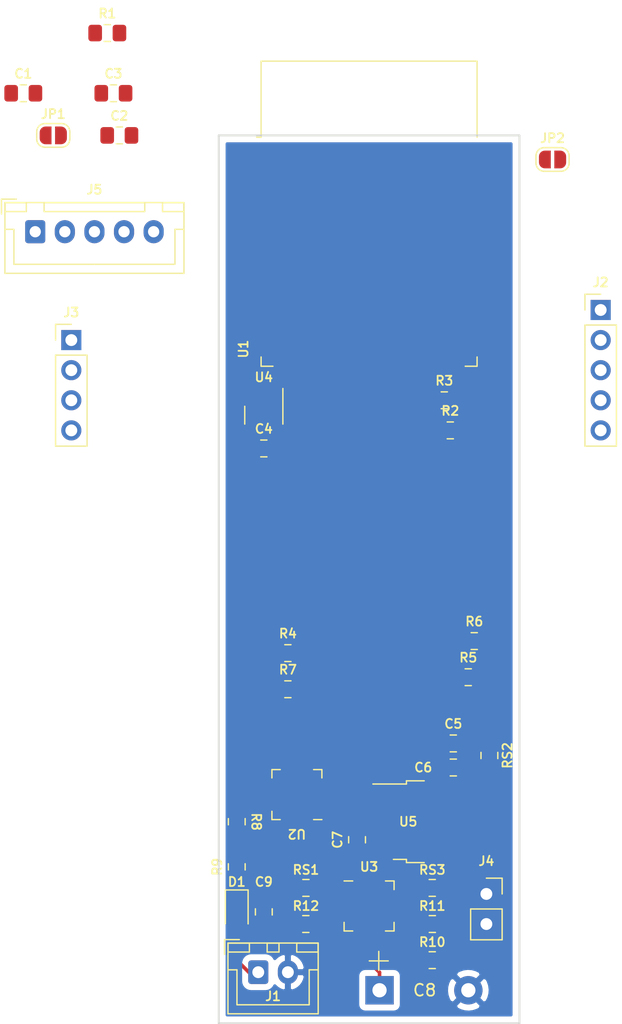
<source format=kicad_pcb>
(kicad_pcb (version 20171130) (host pcbnew 5.1.5)

  (general
    (thickness 1.6)
    (drawings 4)
    (tracks 17)
    (zones 0)
    (modules 37)
    (nets 50)
  )

  (page A4)
  (layers
    (0 F.Cu signal)
    (31 B.Cu signal)
    (32 B.Adhes user)
    (33 F.Adhes user)
    (34 B.Paste user)
    (35 F.Paste user)
    (36 B.SilkS user)
    (37 F.SilkS user)
    (38 B.Mask user)
    (39 F.Mask user)
    (40 Dwgs.User user)
    (41 Cmts.User user)
    (42 Eco1.User user)
    (43 Eco2.User user)
    (44 Edge.Cuts user)
    (45 Margin user)
    (46 B.CrtYd user)
    (47 F.CrtYd user)
    (48 B.Fab user)
    (49 F.Fab user hide)
  )

  (setup
    (last_trace_width 0.3048)
    (user_trace_width 0.1524)
    (user_trace_width 0.3048)
    (trace_clearance 0.1524)
    (zone_clearance 0.508)
    (zone_45_only no)
    (trace_min 0.1524)
    (via_size 0.6858)
    (via_drill 0.3302)
    (via_min_size 0.508)
    (via_min_drill 0.254)
    (uvia_size 0.6858)
    (uvia_drill 0.3302)
    (uvias_allowed no)
    (uvia_min_size 0.2)
    (uvia_min_drill 0.1)
    (edge_width 0.15)
    (segment_width 0.2)
    (pcb_text_width 0.3)
    (pcb_text_size 1.5 1.5)
    (mod_edge_width 0.15)
    (mod_text_size 1 1)
    (mod_text_width 0.15)
    (pad_size 1.524 1.524)
    (pad_drill 0.762)
    (pad_to_mask_clearance 0.0508)
    (aux_axis_origin 0 0)
    (visible_elements FFFFFF7F)
    (pcbplotparams
      (layerselection 0x010fc_ffffffff)
      (usegerberextensions false)
      (usegerberattributes false)
      (usegerberadvancedattributes false)
      (creategerberjobfile false)
      (excludeedgelayer true)
      (linewidth 0.100000)
      (plotframeref false)
      (viasonmask false)
      (mode 1)
      (useauxorigin false)
      (hpglpennumber 1)
      (hpglpenspeed 20)
      (hpglpendiameter 15.000000)
      (psnegative false)
      (psa4output false)
      (plotreference true)
      (plotvalue true)
      (plotinvisibletext false)
      (padsonsilk false)
      (subtractmaskfromsilk false)
      (outputformat 1)
      (mirror false)
      (drillshape 1)
      (scaleselection 1)
      (outputdirectory ""))
  )

  (net 0 "")
  (net 1 "Net-(U1-Pad37)")
  (net 2 "Net-(U1-Pad36)")
  (net 3 "Net-(U1-Pad33)")
  (net 4 "Net-(U1-Pad32)")
  (net 5 "Net-(U1-Pad31)")
  (net 6 "Net-(U1-Pad30)")
  (net 7 "Net-(U1-Pad29)")
  (net 8 "Net-(U1-Pad28)")
  (net 9 "Net-(U1-Pad27)")
  (net 10 "Net-(U1-Pad22)")
  (net 11 "Net-(U1-Pad21)")
  (net 12 "Net-(U1-Pad20)")
  (net 13 "Net-(U1-Pad19)")
  (net 14 "Net-(U1-Pad18)")
  (net 15 "Net-(U1-Pad17)")
  (net 16 "Net-(U1-Pad4)")
  (net 17 "Net-(C1-Pad2)")
  (net 18 GND)
  (net 19 +3V3)
  (net 20 /S_L_+)
  (net 21 "Net-(C7-Pad1)")
  (net 22 +6V)
  (net 23 "Net-(D1-Pad2)")
  (net 24 "Net-(J2-Pad4)")
  (net 25 "Net-(J2-Pad2)")
  (net 26 "Net-(J2-Pad1)")
  (net 27 /SDA)
  (net 28 /TMS)
  (net 29 /TCK)
  (net 30 /TDI)
  (net 31 /S_B_-)
  (net 32 /EX_RAIN)
  (net 33 /EX_WIND_SPD)
  (net 34 /EX_WIND_DIR)
  (net 35 "Net-(JP2-Pad2)")
  (net 36 /SCL)
  (net 37 /WARN)
  (net 38 /CRIT)
  (net 39 /TC)
  (net 40 /PV)
  (net 41 "Net-(R8-Pad2)")
  (net 42 "Net-(R10-Pad2)")
  (net 43 "Net-(R11-Pad2)")
  (net 44 "Net-(R12-Pad2)")
  (net 45 /S_S_-)
  (net 46 /S_B_+)
  (net 47 /STAT1)
  (net 48 /PG)
  (net 49 /STAT2)

  (net_class Default "This is the default net class."
    (clearance 0.1524)
    (trace_width 0.1524)
    (via_dia 0.6858)
    (via_drill 0.3302)
    (uvia_dia 0.6858)
    (uvia_drill 0.3302)
    (diff_pair_width 0.2032)
    (diff_pair_gap 0.254)
    (add_net +3V3)
    (add_net +6V)
    (add_net /CRIT)
    (add_net /EX_RAIN)
    (add_net /EX_WIND_DIR)
    (add_net /EX_WIND_SPD)
    (add_net /PG)
    (add_net /PV)
    (add_net /SCL)
    (add_net /SDA)
    (add_net /STAT1)
    (add_net /STAT2)
    (add_net /S_B_+)
    (add_net /S_B_-)
    (add_net /S_L_+)
    (add_net /S_S_-)
    (add_net /TC)
    (add_net /TCK)
    (add_net /TDI)
    (add_net /TMS)
    (add_net /WARN)
    (add_net GND)
    (add_net "Net-(C1-Pad2)")
    (add_net "Net-(C7-Pad1)")
    (add_net "Net-(D1-Pad2)")
    (add_net "Net-(J2-Pad1)")
    (add_net "Net-(J2-Pad2)")
    (add_net "Net-(J2-Pad4)")
    (add_net "Net-(JP2-Pad2)")
    (add_net "Net-(R10-Pad2)")
    (add_net "Net-(R11-Pad2)")
    (add_net "Net-(R12-Pad2)")
    (add_net "Net-(R8-Pad2)")
    (add_net "Net-(U1-Pad17)")
    (add_net "Net-(U1-Pad18)")
    (add_net "Net-(U1-Pad19)")
    (add_net "Net-(U1-Pad20)")
    (add_net "Net-(U1-Pad21)")
    (add_net "Net-(U1-Pad22)")
    (add_net "Net-(U1-Pad27)")
    (add_net "Net-(U1-Pad28)")
    (add_net "Net-(U1-Pad29)")
    (add_net "Net-(U1-Pad30)")
    (add_net "Net-(U1-Pad31)")
    (add_net "Net-(U1-Pad32)")
    (add_net "Net-(U1-Pad33)")
    (add_net "Net-(U1-Pad36)")
    (add_net "Net-(U1-Pad37)")
    (add_net "Net-(U1-Pad4)")
  )

  (module Weather2:CP_Radial_D16.0mm_P7.50mm-SpaceSaver (layer F.Cu) (tedit 5EAE08AC) (tstamp 5EAF00B8)
    (at 125.342 97.536)
    (descr "CP, Radial series, Radial, pin pitch=7.50mm, , diameter=16mm, Electrolytic Capacitor")
    (tags "CP Radial series Radial pin pitch 7.50mm  diameter 16mm Electrolytic Capacitor")
    (path /5EAAC009)
    (fp_text reference C8 (at 0 0) (layer F.SilkS)
      (effects (font (size 1 1) (thickness 0.15)))
    )
    (fp_text value 4700uf/10v (at -0.5 2.5) (layer F.Fab)
      (effects (font (size 1 1) (thickness 0.15)))
    )
    (fp_line (start -3.875491 -3.277) (end -3.875491 -1.677) (layer F.SilkS) (width 0.12))
    (fp_line (start -4.675491 -2.477) (end -3.075491 -2.477) (layer F.SilkS) (width 0.12))
    (pad 2 thru_hole circle (at 3.69 0) (size 2.4 2.4) (drill 1.2) (layers *.Cu *.Mask)
      (net 18 GND))
    (pad 1 thru_hole rect (at -3.81 0) (size 2.4 2.4) (drill 1.2) (layers *.Cu *.Mask)
      (net 22 +6V))
    (model ${KISYS3DMOD}/Capacitor_THT.3dshapes/CP_Radial_D16.0mm_P7.50mm.wrl
      (at (xyz 0 0 0))
      (scale (xyz 1 1 1))
      (rotate (xyz 0 0 0))
    )
  )

  (module Package_TO_SOT_SMD:TO-252-2 (layer F.Cu) (tedit 5A70A390) (tstamp 5EAE5565)
    (at 126.273 83.313)
    (descr "TO-252 / DPAK SMD package, http://www.infineon.com/cms/en/product/packages/PG-TO252/PG-TO252-3-1/")
    (tags "DPAK TO-252 DPAK-3 TO-252-3 SOT-428")
    (path /5EAC1454)
    (attr smd)
    (fp_text reference U5 (at -2.321 -0.001 unlocked) (layer F.SilkS)
      (effects (font (size 0.762 0.762) (thickness 0.15)))
    )
    (fp_text value LM1117-3.3 (at 0 4.5) (layer F.Fab)
      (effects (font (size 1 1) (thickness 0.15)))
    )
    (fp_text user %R (at 0 0 unlocked) (layer F.Fab)
      (effects (font (size 0.762 0.762) (thickness 0.15)))
    )
    (fp_line (start 5.55 -3.5) (end -5.55 -3.5) (layer F.CrtYd) (width 0.05))
    (fp_line (start 5.55 3.5) (end 5.55 -3.5) (layer F.CrtYd) (width 0.05))
    (fp_line (start -5.55 3.5) (end 5.55 3.5) (layer F.CrtYd) (width 0.05))
    (fp_line (start -5.55 -3.5) (end -5.55 3.5) (layer F.CrtYd) (width 0.05))
    (fp_line (start -2.47 3.18) (end -3.57 3.18) (layer F.SilkS) (width 0.12))
    (fp_line (start -2.47 3.45) (end -2.47 3.18) (layer F.SilkS) (width 0.12))
    (fp_line (start -0.97 3.45) (end -2.47 3.45) (layer F.SilkS) (width 0.12))
    (fp_line (start -2.47 -3.18) (end -5.3 -3.18) (layer F.SilkS) (width 0.12))
    (fp_line (start -2.47 -3.45) (end -2.47 -3.18) (layer F.SilkS) (width 0.12))
    (fp_line (start -0.97 -3.45) (end -2.47 -3.45) (layer F.SilkS) (width 0.12))
    (fp_line (start -4.97 2.655) (end -2.27 2.655) (layer F.Fab) (width 0.1))
    (fp_line (start -4.97 1.905) (end -4.97 2.655) (layer F.Fab) (width 0.1))
    (fp_line (start -2.27 1.905) (end -4.97 1.905) (layer F.Fab) (width 0.1))
    (fp_line (start -4.97 -1.905) (end -2.27 -1.905) (layer F.Fab) (width 0.1))
    (fp_line (start -4.97 -2.655) (end -4.97 -1.905) (layer F.Fab) (width 0.1))
    (fp_line (start -1.865 -2.655) (end -4.97 -2.655) (layer F.Fab) (width 0.1))
    (fp_line (start -1.27 -3.25) (end 3.95 -3.25) (layer F.Fab) (width 0.1))
    (fp_line (start -2.27 -2.25) (end -1.27 -3.25) (layer F.Fab) (width 0.1))
    (fp_line (start -2.27 3.25) (end -2.27 -2.25) (layer F.Fab) (width 0.1))
    (fp_line (start 3.95 3.25) (end -2.27 3.25) (layer F.Fab) (width 0.1))
    (fp_line (start 3.95 -3.25) (end 3.95 3.25) (layer F.Fab) (width 0.1))
    (fp_line (start 4.95 2.7) (end 3.95 2.7) (layer F.Fab) (width 0.1))
    (fp_line (start 4.95 -2.7) (end 4.95 2.7) (layer F.Fab) (width 0.1))
    (fp_line (start 3.95 -2.7) (end 4.95 -2.7) (layer F.Fab) (width 0.1))
    (pad "" smd rect (at 0.425 1.525) (size 3.05 2.75) (layers F.Paste))
    (pad "" smd rect (at 3.775 -1.525) (size 3.05 2.75) (layers F.Paste))
    (pad "" smd rect (at 0.425 -1.525) (size 3.05 2.75) (layers F.Paste))
    (pad "" smd rect (at 3.775 1.525) (size 3.05 2.75) (layers F.Paste))
    (pad 2 smd rect (at 2.1 0) (size 6.4 5.8) (layers F.Cu F.Mask)
      (net 20 /S_L_+))
    (pad 3 smd rect (at -4.2 2.28) (size 2.2 1.2) (layers F.Cu F.Paste F.Mask)
      (net 21 "Net-(C7-Pad1)"))
    (pad 1 smd rect (at -4.2 -2.28) (size 2.2 1.2) (layers F.Cu F.Paste F.Mask)
      (net 18 GND))
    (model ${KISYS3DMOD}/Package_TO_SOT_SMD.3dshapes/TO-252-2.wrl
      (at (xyz 0 0 0))
      (scale (xyz 1 1 1))
      (rotate (xyz 0 0 0))
    )
  )

  (module Package_LGA:Bosch_LGA-8_3x3mm_P0.8mm_ClockwisePinNumbering (layer F.Cu) (tedit 5CF93F4A) (tstamp 5EAE7DE5)
    (at 111.76 48.26)
    (descr "Bosch  LGA, 8 Pin (https://ae-bst.resource.bosch.com/media/_tech/media/datasheets/BST-BME680-DS001-00.pdf#page=44), generated with kicad-footprint-generator ipc_noLead_generator.py")
    (tags "Bosch LGA NoLead")
    (path /5EB5851C)
    (attr smd)
    (fp_text reference U4 (at 0 -2.45 unlocked) (layer F.SilkS)
      (effects (font (size 0.762 0.762) (thickness 0.15)))
    )
    (fp_text value BME680 (at 0 2.45) (layer F.Fab)
      (effects (font (size 1 1) (thickness 0.15)))
    )
    (fp_text user %R (at 0 0 unlocked) (layer F.Fab)
      (effects (font (size 0.762 0.762) (thickness 0.11)))
    )
    (fp_line (start 1.75 -1.75) (end -1.75 -1.75) (layer F.CrtYd) (width 0.05))
    (fp_line (start 1.75 1.75) (end 1.75 -1.75) (layer F.CrtYd) (width 0.05))
    (fp_line (start -1.75 1.75) (end 1.75 1.75) (layer F.CrtYd) (width 0.05))
    (fp_line (start -1.75 -1.75) (end -1.75 1.75) (layer F.CrtYd) (width 0.05))
    (fp_line (start -1.5 -0.75) (end -0.75 -1.5) (layer F.Fab) (width 0.1))
    (fp_line (start -1.5 1.5) (end -1.5 -0.75) (layer F.Fab) (width 0.1))
    (fp_line (start 1.5 1.5) (end -1.5 1.5) (layer F.Fab) (width 0.1))
    (fp_line (start 1.5 -1.5) (end 1.5 1.5) (layer F.Fab) (width 0.1))
    (fp_line (start -0.75 -1.5) (end 1.5 -1.5) (layer F.Fab) (width 0.1))
    (fp_line (start 1.61 -1.5) (end 1.61 1.5) (layer F.SilkS) (width 0.12))
    (fp_line (start -1.61 0) (end -1.61 1.5) (layer F.SilkS) (width 0.12))
    (pad 8 smd roundrect (at -1.2 1.1875) (size 0.5 0.525) (layers F.Cu F.Paste F.Mask) (roundrect_rratio 0.25)
      (net 19 +3V3))
    (pad 7 smd roundrect (at -0.4 1.1875) (size 0.5 0.525) (layers F.Cu F.Paste F.Mask) (roundrect_rratio 0.25)
      (net 18 GND))
    (pad 6 smd roundrect (at 0.4 1.1875) (size 0.5 0.525) (layers F.Cu F.Paste F.Mask) (roundrect_rratio 0.25)
      (net 19 +3V3))
    (pad 5 smd roundrect (at 1.2 1.1875) (size 0.5 0.525) (layers F.Cu F.Paste F.Mask) (roundrect_rratio 0.25)
      (net 18 GND))
    (pad 4 smd roundrect (at 1.2 -1.1875) (size 0.5 0.525) (layers F.Cu F.Paste F.Mask) (roundrect_rratio 0.25)
      (net 36 /SCL))
    (pad 3 smd roundrect (at 0.4 -1.1875) (size 0.5 0.525) (layers F.Cu F.Paste F.Mask) (roundrect_rratio 0.25)
      (net 27 /SDA))
    (pad 2 smd roundrect (at -0.4 -1.1875) (size 0.5 0.525) (layers F.Cu F.Paste F.Mask) (roundrect_rratio 0.25)
      (net 19 +3V3))
    (pad 1 smd roundrect (at -1.2 -1.1875) (size 0.5 0.525) (layers F.Cu F.Paste F.Mask) (roundrect_rratio 0.25)
      (net 18 GND))
    (model ${KISYS3DMOD}/Package_LGA.3dshapes/Bosch_LGA-8_3x3mm_P0.8mm_ClockwisePinNumbering.wrl
      (at (xyz 0 0 0))
      (scale (xyz 1 1 1))
      (rotate (xyz 0 0 0))
    )
  )

  (module Package_DFN_QFN:QFN-20-1EP_4x4mm_P0.5mm_EP2.5x2.5mm (layer F.Cu) (tedit 5C1FD453) (tstamp 5EAE8831)
    (at 120.65 90.424)
    (descr "QFN, 20 Pin (http://ww1.microchip.com/downloads/en/PackagingSpec/00000049BQ.pdf#page=274), generated with kicad-footprint-generator ipc_dfn_qfn_generator.py")
    (tags "QFN DFN_QFN")
    (path /5EA9A160)
    (attr smd)
    (fp_text reference U3 (at 0 -3.3 unlocked) (layer F.SilkS)
      (effects (font (size 0.762 0.762) (thickness 0.15)))
    )
    (fp_text value MCP73871-2CC (at 0 3.3) (layer F.Fab)
      (effects (font (size 1 1) (thickness 0.15)))
    )
    (fp_text user %R (at 0 0 unlocked) (layer F.Fab)
      (effects (font (size 0.762 0.762) (thickness 0.15)))
    )
    (fp_line (start 2.6 -2.6) (end -2.6 -2.6) (layer F.CrtYd) (width 0.05))
    (fp_line (start 2.6 2.6) (end 2.6 -2.6) (layer F.CrtYd) (width 0.05))
    (fp_line (start -2.6 2.6) (end 2.6 2.6) (layer F.CrtYd) (width 0.05))
    (fp_line (start -2.6 -2.6) (end -2.6 2.6) (layer F.CrtYd) (width 0.05))
    (fp_line (start -2 -1) (end -1 -2) (layer F.Fab) (width 0.1))
    (fp_line (start -2 2) (end -2 -1) (layer F.Fab) (width 0.1))
    (fp_line (start 2 2) (end -2 2) (layer F.Fab) (width 0.1))
    (fp_line (start 2 -2) (end 2 2) (layer F.Fab) (width 0.1))
    (fp_line (start -1 -2) (end 2 -2) (layer F.Fab) (width 0.1))
    (fp_line (start -1.385 -2.11) (end -2.11 -2.11) (layer F.SilkS) (width 0.12))
    (fp_line (start 2.11 2.11) (end 2.11 1.385) (layer F.SilkS) (width 0.12))
    (fp_line (start 1.385 2.11) (end 2.11 2.11) (layer F.SilkS) (width 0.12))
    (fp_line (start -2.11 2.11) (end -2.11 1.385) (layer F.SilkS) (width 0.12))
    (fp_line (start -1.385 2.11) (end -2.11 2.11) (layer F.SilkS) (width 0.12))
    (fp_line (start 2.11 -2.11) (end 2.11 -1.385) (layer F.SilkS) (width 0.12))
    (fp_line (start 1.385 -2.11) (end 2.11 -2.11) (layer F.SilkS) (width 0.12))
    (pad 20 smd roundrect (at -1 -1.9375) (size 0.25 0.825) (layers F.Cu F.Paste F.Mask) (roundrect_rratio 0.25)
      (net 21 "Net-(C7-Pad1)"))
    (pad 19 smd roundrect (at -0.5 -1.9375) (size 0.25 0.825) (layers F.Cu F.Paste F.Mask) (roundrect_rratio 0.25)
      (net 45 /S_S_-))
    (pad 18 smd roundrect (at 0 -1.9375) (size 0.25 0.825) (layers F.Cu F.Paste F.Mask) (roundrect_rratio 0.25)
      (net 45 /S_S_-))
    (pad 17 smd roundrect (at 0.5 -1.9375) (size 0.25 0.825) (layers F.Cu F.Paste F.Mask) (roundrect_rratio 0.25)
      (net 22 +6V))
    (pad 16 smd roundrect (at 1 -1.9375) (size 0.25 0.825) (layers F.Cu F.Paste F.Mask) (roundrect_rratio 0.25)
      (net 46 /S_B_+))
    (pad 15 smd roundrect (at 1.9375 -1) (size 0.825 0.25) (layers F.Cu F.Paste F.Mask) (roundrect_rratio 0.25)
      (net 46 /S_B_+))
    (pad 14 smd roundrect (at 1.9375 -0.5) (size 0.825 0.25) (layers F.Cu F.Paste F.Mask) (roundrect_rratio 0.25)
      (net 46 /S_B_+))
    (pad 13 smd roundrect (at 1.9375 0) (size 0.825 0.25) (layers F.Cu F.Paste F.Mask) (roundrect_rratio 0.25)
      (net 42 "Net-(R10-Pad2)"))
    (pad 12 smd roundrect (at 1.9375 0.5) (size 0.825 0.25) (layers F.Cu F.Paste F.Mask) (roundrect_rratio 0.25)
      (net 43 "Net-(R11-Pad2)"))
    (pad 11 smd roundrect (at 1.9375 1) (size 0.825 0.25) (layers F.Cu F.Paste F.Mask) (roundrect_rratio 0.25)
      (net 18 GND))
    (pad 10 smd roundrect (at 1 1.9375) (size 0.25 0.825) (layers F.Cu F.Paste F.Mask) (roundrect_rratio 0.25)
      (net 18 GND))
    (pad 9 smd roundrect (at 0.5 1.9375) (size 0.25 0.825) (layers F.Cu F.Paste F.Mask) (roundrect_rratio 0.25)
      (net 22 +6V))
    (pad 8 smd roundrect (at 0 1.9375) (size 0.25 0.825) (layers F.Cu F.Paste F.Mask) (roundrect_rratio 0.25)
      (net 47 /STAT1))
    (pad 7 smd roundrect (at -0.5 1.9375) (size 0.25 0.825) (layers F.Cu F.Paste F.Mask) (roundrect_rratio 0.25)
      (net 49 /STAT2))
    (pad 6 smd roundrect (at -1 1.9375) (size 0.25 0.825) (layers F.Cu F.Paste F.Mask) (roundrect_rratio 0.25)
      (net 48 /PG))
    (pad 5 smd roundrect (at -1.9375 1) (size 0.825 0.25) (layers F.Cu F.Paste F.Mask) (roundrect_rratio 0.25)
      (net 44 "Net-(R12-Pad2)"))
    (pad 4 smd roundrect (at -1.9375 0.5) (size 0.825 0.25) (layers F.Cu F.Paste F.Mask) (roundrect_rratio 0.25)
      (net 22 +6V))
    (pad 3 smd roundrect (at -1.9375 0) (size 0.825 0.25) (layers F.Cu F.Paste F.Mask) (roundrect_rratio 0.25)
      (net 22 +6V))
    (pad 2 smd roundrect (at -1.9375 -0.5) (size 0.825 0.25) (layers F.Cu F.Paste F.Mask) (roundrect_rratio 0.25)
      (net 41 "Net-(R8-Pad2)"))
    (pad 1 smd roundrect (at -1.9375 -1) (size 0.825 0.25) (layers F.Cu F.Paste F.Mask) (roundrect_rratio 0.25)
      (net 21 "Net-(C7-Pad1)"))
    (pad "" smd roundrect (at 0.625 0.625) (size 1.01 1.01) (layers F.Paste) (roundrect_rratio 0.247525))
    (pad "" smd roundrect (at 0.625 -0.625) (size 1.01 1.01) (layers F.Paste) (roundrect_rratio 0.247525))
    (pad "" smd roundrect (at -0.625 0.625) (size 1.01 1.01) (layers F.Paste) (roundrect_rratio 0.247525))
    (pad "" smd roundrect (at -0.625 -0.625) (size 1.01 1.01) (layers F.Paste) (roundrect_rratio 0.247525))
    (pad 21 smd roundrect (at 0 0) (size 2.5 2.5) (layers F.Cu F.Mask) (roundrect_rratio 0.1)
      (net 18 GND))
    (model ${KISYS3DMOD}/Package_DFN_QFN.3dshapes/QFN-20-1EP_4x4mm_P0.5mm_EP2.5x2.5mm.wrl
      (at (xyz 0 0 0))
      (scale (xyz 1 1 1))
      (rotate (xyz 0 0 0))
    )
  )

  (module Package_DFN_QFN:Texas_RGV_S-PVQFN-N16_EP2.1x2.1mm (layer F.Cu) (tedit 5D0D0A28) (tstamp 5EAE77F9)
    (at 114.554 81.026 180)
    (descr "QFN, 16 Pin (http://www.ti.com/lit/ds/symlink/ina3221.pdf#page=44), generated with kicad-footprint-generator ipc_noLead_generator.py")
    (tags "QFN NoLead")
    (path /5EA99718)
    (attr smd)
    (fp_text reference U2 (at 0 -3.32 180 unlocked) (layer F.SilkS)
      (effects (font (size 0.762 0.762) (thickness 0.15)))
    )
    (fp_text value INA3221 (at 0 3.32) (layer F.Fab)
      (effects (font (size 1 1) (thickness 0.15)))
    )
    (fp_text user %R (at 0 0 180 unlocked) (layer F.Fab)
      (effects (font (size 0.762 0.762) (thickness 0.15)))
    )
    (fp_line (start 2.62 -2.62) (end -2.62 -2.62) (layer F.CrtYd) (width 0.05))
    (fp_line (start 2.62 2.62) (end 2.62 -2.62) (layer F.CrtYd) (width 0.05))
    (fp_line (start -2.62 2.62) (end 2.62 2.62) (layer F.CrtYd) (width 0.05))
    (fp_line (start -2.62 -2.62) (end -2.62 2.62) (layer F.CrtYd) (width 0.05))
    (fp_line (start -2 -1) (end -1 -2) (layer F.Fab) (width 0.1))
    (fp_line (start -2 2) (end -2 -1) (layer F.Fab) (width 0.1))
    (fp_line (start 2 2) (end -2 2) (layer F.Fab) (width 0.1))
    (fp_line (start 2 -2) (end 2 2) (layer F.Fab) (width 0.1))
    (fp_line (start -1 -2) (end 2 -2) (layer F.Fab) (width 0.1))
    (fp_line (start -1.41 -2.11) (end -2.11 -2.11) (layer F.SilkS) (width 0.12))
    (fp_line (start 2.11 2.11) (end 2.11 1.41) (layer F.SilkS) (width 0.12))
    (fp_line (start 1.41 2.11) (end 2.11 2.11) (layer F.SilkS) (width 0.12))
    (fp_line (start -2.11 2.11) (end -2.11 1.41) (layer F.SilkS) (width 0.12))
    (fp_line (start -1.41 2.11) (end -2.11 2.11) (layer F.SilkS) (width 0.12))
    (fp_line (start 2.11 -2.11) (end 2.11 -1.41) (layer F.SilkS) (width 0.12))
    (fp_line (start 1.41 -2.11) (end 2.11 -2.11) (layer F.SilkS) (width 0.12))
    (pad 16 smd roundrect (at -0.975 -1.8625 180) (size 0.35 1.025) (layers F.Cu F.Paste F.Mask) (roundrect_rratio 0.25)
      (net 19 +3V3))
    (pad 15 smd roundrect (at -0.325 -1.8625 180) (size 0.35 1.025) (layers F.Cu F.Paste F.Mask) (roundrect_rratio 0.25)
      (net 46 /S_B_+))
    (pad 14 smd roundrect (at 0.325 -1.8625 180) (size 0.35 1.025) (layers F.Cu F.Paste F.Mask) (roundrect_rratio 0.25)
      (net 31 /S_B_-))
    (pad 13 smd roundrect (at 0.975 -1.8625 180) (size 0.35 1.025) (layers F.Cu F.Paste F.Mask) (roundrect_rratio 0.25)
      (net 39 /TC))
    (pad 12 smd roundrect (at 1.8625 -0.975 180) (size 1.025 0.35) (layers F.Cu F.Paste F.Mask) (roundrect_rratio 0.25)
      (net 22 +6V))
    (pad 11 smd roundrect (at 1.8625 -0.325 180) (size 1.025 0.35) (layers F.Cu F.Paste F.Mask) (roundrect_rratio 0.25)
      (net 45 /S_S_-))
    (pad 10 smd roundrect (at 1.8625 0.325 180) (size 1.025 0.35) (layers F.Cu F.Paste F.Mask) (roundrect_rratio 0.25)
      (net 40 /PV))
    (pad 9 smd roundrect (at 1.8625 0.975 180) (size 1.025 0.35) (layers F.Cu F.Paste F.Mask) (roundrect_rratio 0.25)
      (net 38 /CRIT))
    (pad 8 smd roundrect (at 0.975 1.8625 180) (size 0.35 1.025) (layers F.Cu F.Paste F.Mask) (roundrect_rratio 0.25)
      (net 37 /WARN))
    (pad 7 smd roundrect (at 0.325 1.8625 180) (size 0.35 1.025) (layers F.Cu F.Paste F.Mask) (roundrect_rratio 0.25)
      (net 27 /SDA))
    (pad 6 smd roundrect (at -0.325 1.8625 180) (size 0.35 1.025) (layers F.Cu F.Paste F.Mask) (roundrect_rratio 0.25)
      (net 36 /SCL))
    (pad 5 smd roundrect (at -0.975 1.8625 180) (size 0.35 1.025) (layers F.Cu F.Paste F.Mask) (roundrect_rratio 0.25)
      (net 18 GND))
    (pad 4 smd roundrect (at -1.8625 0.975 180) (size 1.025 0.35) (layers F.Cu F.Paste F.Mask) (roundrect_rratio 0.25)
      (net 19 +3V3))
    (pad 3 smd roundrect (at -1.8625 0.325 180) (size 1.025 0.35) (layers F.Cu F.Paste F.Mask) (roundrect_rratio 0.25)
      (net 18 GND))
    (pad 2 smd roundrect (at -1.8625 -0.325 180) (size 1.025 0.35) (layers F.Cu F.Paste F.Mask) (roundrect_rratio 0.25)
      (net 20 /S_L_+))
    (pad 1 smd roundrect (at -1.8625 -0.975 180) (size 1.025 0.35) (layers F.Cu F.Paste F.Mask) (roundrect_rratio 0.25)
      (net 19 +3V3))
    (pad "" smd roundrect (at 0.525 0.525 180) (size 0.85 0.85) (layers F.Paste) (roundrect_rratio 0.25))
    (pad "" smd roundrect (at 0.525 -0.525 180) (size 0.85 0.85) (layers F.Paste) (roundrect_rratio 0.25))
    (pad "" smd roundrect (at -0.525 0.525 180) (size 0.85 0.85) (layers F.Paste) (roundrect_rratio 0.25))
    (pad "" smd roundrect (at -0.525 -0.525 180) (size 0.85 0.85) (layers F.Paste) (roundrect_rratio 0.25))
    (pad 17 smd roundrect (at 0 0 180) (size 2.1 2.1) (layers F.Cu F.Mask) (roundrect_rratio 0.119048)
      (net 18 GND))
    (model ${KISYS3DMOD}/Package_DFN_QFN.3dshapes/Texas_RGV_S-PVQFN-N16_EP2.1x2.1mm.wrl
      (at (xyz 0 0 0))
      (scale (xyz 1 1 1))
      (rotate (xyz 0 0 0))
    )
  )

  (module Resistor_SMD:R_0805_2012Metric_Pad1.15x1.40mm_HandSolder (layer F.Cu) (tedit 5B36C52B) (tstamp 5EAE763D)
    (at 125.984 88.9)
    (descr "Resistor SMD 0805 (2012 Metric), square (rectangular) end terminal, IPC_7351 nominal with elongated pad for handsoldering. (Body size source: https://docs.google.com/spreadsheets/d/1BsfQQcO9C6DZCsRaXUlFlo91Tg2WpOkGARC1WS5S8t0/edit?usp=sharing), generated with kicad-footprint-generator")
    (tags "resistor handsolder")
    (path /5EB14976)
    (attr smd)
    (fp_text reference RS3 (at 0 -1.524 unlocked) (layer F.SilkS)
      (effects (font (size 0.762 0.762) (thickness 0.15)))
    )
    (fp_text value 0.1 (at 0 1.65) (layer F.Fab)
      (effects (font (size 1 1) (thickness 0.15)))
    )
    (fp_text user %R (at 0 0 unlocked) (layer F.Fab)
      (effects (font (size 0.762 0.762) (thickness 0.08)))
    )
    (fp_line (start 1.85 0.95) (end -1.85 0.95) (layer F.CrtYd) (width 0.05))
    (fp_line (start 1.85 -0.95) (end 1.85 0.95) (layer F.CrtYd) (width 0.05))
    (fp_line (start -1.85 -0.95) (end 1.85 -0.95) (layer F.CrtYd) (width 0.05))
    (fp_line (start -1.85 0.95) (end -1.85 -0.95) (layer F.CrtYd) (width 0.05))
    (fp_line (start -0.261252 0.71) (end 0.261252 0.71) (layer F.SilkS) (width 0.12))
    (fp_line (start -0.261252 -0.71) (end 0.261252 -0.71) (layer F.SilkS) (width 0.12))
    (fp_line (start 1 0.6) (end -1 0.6) (layer F.Fab) (width 0.1))
    (fp_line (start 1 -0.6) (end 1 0.6) (layer F.Fab) (width 0.1))
    (fp_line (start -1 -0.6) (end 1 -0.6) (layer F.Fab) (width 0.1))
    (fp_line (start -1 0.6) (end -1 -0.6) (layer F.Fab) (width 0.1))
    (pad 2 smd roundrect (at 1.025 0) (size 1.15 1.4) (layers F.Cu F.Paste F.Mask) (roundrect_rratio 0.217391)
      (net 31 /S_B_-))
    (pad 1 smd roundrect (at -1.025 0) (size 1.15 1.4) (layers F.Cu F.Paste F.Mask) (roundrect_rratio 0.217391)
      (net 46 /S_B_+))
    (model ${KISYS3DMOD}/Resistor_SMD.3dshapes/R_0805_2012Metric.wrl
      (at (xyz 0 0 0))
      (scale (xyz 1 1 1))
      (rotate (xyz 0 0 0))
    )
  )

  (module Resistor_SMD:R_0805_2012Metric_Pad1.15x1.40mm_HandSolder (layer F.Cu) (tedit 5B36C52B) (tstamp 5EAE53E4)
    (at 130.81 77.724 90)
    (descr "Resistor SMD 0805 (2012 Metric), square (rectangular) end terminal, IPC_7351 nominal with elongated pad for handsoldering. (Body size source: https://docs.google.com/spreadsheets/d/1BsfQQcO9C6DZCsRaXUlFlo91Tg2WpOkGARC1WS5S8t0/edit?usp=sharing), generated with kicad-footprint-generator")
    (tags "resistor handsolder")
    (path /5EB0ABA6)
    (attr smd)
    (fp_text reference RS2 (at 0 1.524 90 unlocked) (layer F.SilkS)
      (effects (font (size 0.762 0.762) (thickness 0.15)))
    )
    (fp_text value 0.1 (at 0 1.65 90) (layer F.Fab)
      (effects (font (size 1 1) (thickness 0.15)))
    )
    (fp_text user %R (at 0 0 90 unlocked) (layer F.Fab)
      (effects (font (size 0.762 0.762) (thickness 0.08)))
    )
    (fp_line (start 1.85 0.95) (end -1.85 0.95) (layer F.CrtYd) (width 0.05))
    (fp_line (start 1.85 -0.95) (end 1.85 0.95) (layer F.CrtYd) (width 0.05))
    (fp_line (start -1.85 -0.95) (end 1.85 -0.95) (layer F.CrtYd) (width 0.05))
    (fp_line (start -1.85 0.95) (end -1.85 -0.95) (layer F.CrtYd) (width 0.05))
    (fp_line (start -0.261252 0.71) (end 0.261252 0.71) (layer F.SilkS) (width 0.12))
    (fp_line (start -0.261252 -0.71) (end 0.261252 -0.71) (layer F.SilkS) (width 0.12))
    (fp_line (start 1 0.6) (end -1 0.6) (layer F.Fab) (width 0.1))
    (fp_line (start 1 -0.6) (end 1 0.6) (layer F.Fab) (width 0.1))
    (fp_line (start -1 -0.6) (end 1 -0.6) (layer F.Fab) (width 0.1))
    (fp_line (start -1 0.6) (end -1 -0.6) (layer F.Fab) (width 0.1))
    (pad 2 smd roundrect (at 1.025 0 90) (size 1.15 1.4) (layers F.Cu F.Paste F.Mask) (roundrect_rratio 0.217391)
      (net 19 +3V3))
    (pad 1 smd roundrect (at -1.025 0 90) (size 1.15 1.4) (layers F.Cu F.Paste F.Mask) (roundrect_rratio 0.217391)
      (net 20 /S_L_+))
    (model ${KISYS3DMOD}/Resistor_SMD.3dshapes/R_0805_2012Metric.wrl
      (at (xyz 0 0 0))
      (scale (xyz 1 1 1))
      (rotate (xyz 0 0 0))
    )
  )

  (module Resistor_SMD:R_0805_2012Metric_Pad1.15x1.40mm_HandSolder (layer F.Cu) (tedit 5B36C52B) (tstamp 5EAE53D3)
    (at 115.316 88.9 180)
    (descr "Resistor SMD 0805 (2012 Metric), square (rectangular) end terminal, IPC_7351 nominal with elongated pad for handsoldering. (Body size source: https://docs.google.com/spreadsheets/d/1BsfQQcO9C6DZCsRaXUlFlo91Tg2WpOkGARC1WS5S8t0/edit?usp=sharing), generated with kicad-footprint-generator")
    (tags "resistor handsolder")
    (path /5EB08D1A)
    (attr smd)
    (fp_text reference RS1 (at 0 1.524 unlocked) (layer F.SilkS)
      (effects (font (size 0.762 0.762) (thickness 0.15)))
    )
    (fp_text value 0.1 (at 0 1.65) (layer F.Fab)
      (effects (font (size 1 1) (thickness 0.15)))
    )
    (fp_text user %R (at 0 0 180 unlocked) (layer F.Fab)
      (effects (font (size 0.762 0.762) (thickness 0.08)))
    )
    (fp_line (start 1.85 0.95) (end -1.85 0.95) (layer F.CrtYd) (width 0.05))
    (fp_line (start 1.85 -0.95) (end 1.85 0.95) (layer F.CrtYd) (width 0.05))
    (fp_line (start -1.85 -0.95) (end 1.85 -0.95) (layer F.CrtYd) (width 0.05))
    (fp_line (start -1.85 0.95) (end -1.85 -0.95) (layer F.CrtYd) (width 0.05))
    (fp_line (start -0.261252 0.71) (end 0.261252 0.71) (layer F.SilkS) (width 0.12))
    (fp_line (start -0.261252 -0.71) (end 0.261252 -0.71) (layer F.SilkS) (width 0.12))
    (fp_line (start 1 0.6) (end -1 0.6) (layer F.Fab) (width 0.1))
    (fp_line (start 1 -0.6) (end 1 0.6) (layer F.Fab) (width 0.1))
    (fp_line (start -1 -0.6) (end 1 -0.6) (layer F.Fab) (width 0.1))
    (fp_line (start -1 0.6) (end -1 -0.6) (layer F.Fab) (width 0.1))
    (pad 2 smd roundrect (at 1.025 0 180) (size 1.15 1.4) (layers F.Cu F.Paste F.Mask) (roundrect_rratio 0.217391)
      (net 22 +6V))
    (pad 1 smd roundrect (at -1.025 0 180) (size 1.15 1.4) (layers F.Cu F.Paste F.Mask) (roundrect_rratio 0.217391)
      (net 45 /S_S_-))
    (model ${KISYS3DMOD}/Resistor_SMD.3dshapes/R_0805_2012Metric.wrl
      (at (xyz 0 0 0))
      (scale (xyz 1 1 1))
      (rotate (xyz 0 0 0))
    )
  )

  (module Resistor_SMD:R_0805_2012Metric_Pad1.15x1.40mm_HandSolder (layer F.Cu) (tedit 5B36C52B) (tstamp 5EAE53C2)
    (at 115.307 91.948)
    (descr "Resistor SMD 0805 (2012 Metric), square (rectangular) end terminal, IPC_7351 nominal with elongated pad for handsoldering. (Body size source: https://docs.google.com/spreadsheets/d/1BsfQQcO9C6DZCsRaXUlFlo91Tg2WpOkGARC1WS5S8t0/edit?usp=sharing), generated with kicad-footprint-generator")
    (tags "resistor handsolder")
    (path /5EAB3B6F)
    (attr smd)
    (fp_text reference R12 (at 0.009 -1.524 unlocked) (layer F.SilkS)
      (effects (font (size 0.762 0.762) (thickness 0.15)))
    )
    (fp_text value 10k (at 0 1.65) (layer F.Fab)
      (effects (font (size 1 1) (thickness 0.15)))
    )
    (fp_text user %R (at 0 0 unlocked) (layer F.Fab)
      (effects (font (size 0.762 0.762) (thickness 0.08)))
    )
    (fp_line (start 1.85 0.95) (end -1.85 0.95) (layer F.CrtYd) (width 0.05))
    (fp_line (start 1.85 -0.95) (end 1.85 0.95) (layer F.CrtYd) (width 0.05))
    (fp_line (start -1.85 -0.95) (end 1.85 -0.95) (layer F.CrtYd) (width 0.05))
    (fp_line (start -1.85 0.95) (end -1.85 -0.95) (layer F.CrtYd) (width 0.05))
    (fp_line (start -0.261252 0.71) (end 0.261252 0.71) (layer F.SilkS) (width 0.12))
    (fp_line (start -0.261252 -0.71) (end 0.261252 -0.71) (layer F.SilkS) (width 0.12))
    (fp_line (start 1 0.6) (end -1 0.6) (layer F.Fab) (width 0.1))
    (fp_line (start 1 -0.6) (end 1 0.6) (layer F.Fab) (width 0.1))
    (fp_line (start -1 -0.6) (end 1 -0.6) (layer F.Fab) (width 0.1))
    (fp_line (start -1 0.6) (end -1 -0.6) (layer F.Fab) (width 0.1))
    (pad 2 smd roundrect (at 1.025 0) (size 1.15 1.4) (layers F.Cu F.Paste F.Mask) (roundrect_rratio 0.217391)
      (net 44 "Net-(R12-Pad2)"))
    (pad 1 smd roundrect (at -1.025 0) (size 1.15 1.4) (layers F.Cu F.Paste F.Mask) (roundrect_rratio 0.217391)
      (net 18 GND))
    (model ${KISYS3DMOD}/Resistor_SMD.3dshapes/R_0805_2012Metric.wrl
      (at (xyz 0 0 0))
      (scale (xyz 1 1 1))
      (rotate (xyz 0 0 0))
    )
  )

  (module Resistor_SMD:R_0805_2012Metric_Pad1.15x1.40mm_HandSolder (layer F.Cu) (tedit 5B36C52B) (tstamp 5EAE53B1)
    (at 125.993 91.948 180)
    (descr "Resistor SMD 0805 (2012 Metric), square (rectangular) end terminal, IPC_7351 nominal with elongated pad for handsoldering. (Body size source: https://docs.google.com/spreadsheets/d/1BsfQQcO9C6DZCsRaXUlFlo91Tg2WpOkGARC1WS5S8t0/edit?usp=sharing), generated with kicad-footprint-generator")
    (tags "resistor handsolder")
    (path /5EAB140C)
    (attr smd)
    (fp_text reference R11 (at 0.009 1.524 unlocked) (layer F.SilkS)
      (effects (font (size 0.762 0.762) (thickness 0.15)))
    )
    (fp_text value 100k (at 0 1.65) (layer F.Fab)
      (effects (font (size 1 1) (thickness 0.15)))
    )
    (fp_text user %R (at 0 0 180 unlocked) (layer F.Fab)
      (effects (font (size 0.762 0.762) (thickness 0.08)))
    )
    (fp_line (start 1.85 0.95) (end -1.85 0.95) (layer F.CrtYd) (width 0.05))
    (fp_line (start 1.85 -0.95) (end 1.85 0.95) (layer F.CrtYd) (width 0.05))
    (fp_line (start -1.85 -0.95) (end 1.85 -0.95) (layer F.CrtYd) (width 0.05))
    (fp_line (start -1.85 0.95) (end -1.85 -0.95) (layer F.CrtYd) (width 0.05))
    (fp_line (start -0.261252 0.71) (end 0.261252 0.71) (layer F.SilkS) (width 0.12))
    (fp_line (start -0.261252 -0.71) (end 0.261252 -0.71) (layer F.SilkS) (width 0.12))
    (fp_line (start 1 0.6) (end -1 0.6) (layer F.Fab) (width 0.1))
    (fp_line (start 1 -0.6) (end 1 0.6) (layer F.Fab) (width 0.1))
    (fp_line (start -1 -0.6) (end 1 -0.6) (layer F.Fab) (width 0.1))
    (fp_line (start -1 0.6) (end -1 -0.6) (layer F.Fab) (width 0.1))
    (pad 2 smd roundrect (at 1.025 0 180) (size 1.15 1.4) (layers F.Cu F.Paste F.Mask) (roundrect_rratio 0.217391)
      (net 43 "Net-(R11-Pad2)"))
    (pad 1 smd roundrect (at -1.025 0 180) (size 1.15 1.4) (layers F.Cu F.Paste F.Mask) (roundrect_rratio 0.217391)
      (net 18 GND))
    (model ${KISYS3DMOD}/Resistor_SMD.3dshapes/R_0805_2012Metric.wrl
      (at (xyz 0 0 0))
      (scale (xyz 1 1 1))
      (rotate (xyz 0 0 0))
    )
  )

  (module Resistor_SMD:R_0805_2012Metric_Pad1.15x1.40mm_HandSolder (layer F.Cu) (tedit 5B36C52B) (tstamp 5EAF0C22)
    (at 125.984 94.996)
    (descr "Resistor SMD 0805 (2012 Metric), square (rectangular) end terminal, IPC_7351 nominal with elongated pad for handsoldering. (Body size source: https://docs.google.com/spreadsheets/d/1BsfQQcO9C6DZCsRaXUlFlo91Tg2WpOkGARC1WS5S8t0/edit?usp=sharing), generated with kicad-footprint-generator")
    (tags "resistor handsolder")
    (path /5EAB056A)
    (attr smd)
    (fp_text reference R10 (at 0 -1.524 unlocked) (layer F.SilkS)
      (effects (font (size 0.762 0.762) (thickness 0.15)))
    )
    (fp_text value 2k (at 0 1.65) (layer F.Fab)
      (effects (font (size 1 1) (thickness 0.15)))
    )
    (fp_text user %R (at 0 0 unlocked) (layer F.Fab)
      (effects (font (size 0.762 0.762) (thickness 0.08)))
    )
    (fp_line (start 1.85 0.95) (end -1.85 0.95) (layer F.CrtYd) (width 0.05))
    (fp_line (start 1.85 -0.95) (end 1.85 0.95) (layer F.CrtYd) (width 0.05))
    (fp_line (start -1.85 -0.95) (end 1.85 -0.95) (layer F.CrtYd) (width 0.05))
    (fp_line (start -1.85 0.95) (end -1.85 -0.95) (layer F.CrtYd) (width 0.05))
    (fp_line (start -0.261252 0.71) (end 0.261252 0.71) (layer F.SilkS) (width 0.12))
    (fp_line (start -0.261252 -0.71) (end 0.261252 -0.71) (layer F.SilkS) (width 0.12))
    (fp_line (start 1 0.6) (end -1 0.6) (layer F.Fab) (width 0.1))
    (fp_line (start 1 -0.6) (end 1 0.6) (layer F.Fab) (width 0.1))
    (fp_line (start -1 -0.6) (end 1 -0.6) (layer F.Fab) (width 0.1))
    (fp_line (start -1 0.6) (end -1 -0.6) (layer F.Fab) (width 0.1))
    (pad 2 smd roundrect (at 1.025 0) (size 1.15 1.4) (layers F.Cu F.Paste F.Mask) (roundrect_rratio 0.217391)
      (net 42 "Net-(R10-Pad2)"))
    (pad 1 smd roundrect (at -1.025 0) (size 1.15 1.4) (layers F.Cu F.Paste F.Mask) (roundrect_rratio 0.217391)
      (net 18 GND))
    (model ${KISYS3DMOD}/Resistor_SMD.3dshapes/R_0805_2012Metric.wrl
      (at (xyz 0 0 0))
      (scale (xyz 1 1 1))
      (rotate (xyz 0 0 0))
    )
  )

  (module Resistor_SMD:R_0805_2012Metric_Pad1.15x1.40mm_HandSolder (layer F.Cu) (tedit 5B36C52B) (tstamp 5EAF2158)
    (at 109.474 87.122 90)
    (descr "Resistor SMD 0805 (2012 Metric), square (rectangular) end terminal, IPC_7351 nominal with elongated pad for handsoldering. (Body size source: https://docs.google.com/spreadsheets/d/1BsfQQcO9C6DZCsRaXUlFlo91Tg2WpOkGARC1WS5S8t0/edit?usp=sharing), generated with kicad-footprint-generator")
    (tags "resistor handsolder")
    (path /5EAB7B23)
    (attr smd)
    (fp_text reference R9 (at 0 -1.65 90 unlocked) (layer F.SilkS)
      (effects (font (size 0.762 0.762) (thickness 0.15)))
    )
    (fp_text value 100k (at 0 1.65 90) (layer F.Fab)
      (effects (font (size 1 1) (thickness 0.15)))
    )
    (fp_text user %R (at 0 0 90 unlocked) (layer F.Fab)
      (effects (font (size 0.762 0.762) (thickness 0.08)))
    )
    (fp_line (start 1.85 0.95) (end -1.85 0.95) (layer F.CrtYd) (width 0.05))
    (fp_line (start 1.85 -0.95) (end 1.85 0.95) (layer F.CrtYd) (width 0.05))
    (fp_line (start -1.85 -0.95) (end 1.85 -0.95) (layer F.CrtYd) (width 0.05))
    (fp_line (start -1.85 0.95) (end -1.85 -0.95) (layer F.CrtYd) (width 0.05))
    (fp_line (start -0.261252 0.71) (end 0.261252 0.71) (layer F.SilkS) (width 0.12))
    (fp_line (start -0.261252 -0.71) (end 0.261252 -0.71) (layer F.SilkS) (width 0.12))
    (fp_line (start 1 0.6) (end -1 0.6) (layer F.Fab) (width 0.1))
    (fp_line (start 1 -0.6) (end 1 0.6) (layer F.Fab) (width 0.1))
    (fp_line (start -1 -0.6) (end 1 -0.6) (layer F.Fab) (width 0.1))
    (fp_line (start -1 0.6) (end -1 -0.6) (layer F.Fab) (width 0.1))
    (pad 2 smd roundrect (at 1.025 0 90) (size 1.15 1.4) (layers F.Cu F.Paste F.Mask) (roundrect_rratio 0.217391)
      (net 41 "Net-(R8-Pad2)"))
    (pad 1 smd roundrect (at -1.025 0 90) (size 1.15 1.4) (layers F.Cu F.Paste F.Mask) (roundrect_rratio 0.217391)
      (net 18 GND))
    (model ${KISYS3DMOD}/Resistor_SMD.3dshapes/R_0805_2012Metric.wrl
      (at (xyz 0 0 0))
      (scale (xyz 1 1 1))
      (rotate (xyz 0 0 0))
    )
  )

  (module Resistor_SMD:R_0805_2012Metric_Pad1.15x1.40mm_HandSolder (layer F.Cu) (tedit 5B36C52B) (tstamp 5EAE537E)
    (at 109.474 83.312 270)
    (descr "Resistor SMD 0805 (2012 Metric), square (rectangular) end terminal, IPC_7351 nominal with elongated pad for handsoldering. (Body size source: https://docs.google.com/spreadsheets/d/1BsfQQcO9C6DZCsRaXUlFlo91Tg2WpOkGARC1WS5S8t0/edit?usp=sharing), generated with kicad-footprint-generator")
    (tags "resistor handsolder")
    (path /5EAB7E59)
    (attr smd)
    (fp_text reference R8 (at 0 -1.65 270 unlocked) (layer F.SilkS)
      (effects (font (size 0.762 0.762) (thickness 0.15)))
    )
    (fp_text value 270k (at 0 1.65 90) (layer F.Fab)
      (effects (font (size 1 1) (thickness 0.15)))
    )
    (fp_text user %R (at 0 0 270 unlocked) (layer F.Fab)
      (effects (font (size 0.762 0.762) (thickness 0.08)))
    )
    (fp_line (start 1.85 0.95) (end -1.85 0.95) (layer F.CrtYd) (width 0.05))
    (fp_line (start 1.85 -0.95) (end 1.85 0.95) (layer F.CrtYd) (width 0.05))
    (fp_line (start -1.85 -0.95) (end 1.85 -0.95) (layer F.CrtYd) (width 0.05))
    (fp_line (start -1.85 0.95) (end -1.85 -0.95) (layer F.CrtYd) (width 0.05))
    (fp_line (start -0.261252 0.71) (end 0.261252 0.71) (layer F.SilkS) (width 0.12))
    (fp_line (start -0.261252 -0.71) (end 0.261252 -0.71) (layer F.SilkS) (width 0.12))
    (fp_line (start 1 0.6) (end -1 0.6) (layer F.Fab) (width 0.1))
    (fp_line (start 1 -0.6) (end 1 0.6) (layer F.Fab) (width 0.1))
    (fp_line (start -1 -0.6) (end 1 -0.6) (layer F.Fab) (width 0.1))
    (fp_line (start -1 0.6) (end -1 -0.6) (layer F.Fab) (width 0.1))
    (pad 2 smd roundrect (at 1.025 0 270) (size 1.15 1.4) (layers F.Cu F.Paste F.Mask) (roundrect_rratio 0.217391)
      (net 41 "Net-(R8-Pad2)"))
    (pad 1 smd roundrect (at -1.025 0 270) (size 1.15 1.4) (layers F.Cu F.Paste F.Mask) (roundrect_rratio 0.217391)
      (net 22 +6V))
    (model ${KISYS3DMOD}/Resistor_SMD.3dshapes/R_0805_2012Metric.wrl
      (at (xyz 0 0 0))
      (scale (xyz 1 1 1))
      (rotate (xyz 0 0 0))
    )
  )

  (module Resistor_SMD:R_0805_2012Metric_Pad1.15x1.40mm_HandSolder (layer F.Cu) (tedit 5B36C52B) (tstamp 5EAE536D)
    (at 113.792 72.136)
    (descr "Resistor SMD 0805 (2012 Metric), square (rectangular) end terminal, IPC_7351 nominal with elongated pad for handsoldering. (Body size source: https://docs.google.com/spreadsheets/d/1BsfQQcO9C6DZCsRaXUlFlo91Tg2WpOkGARC1WS5S8t0/edit?usp=sharing), generated with kicad-footprint-generator")
    (tags "resistor handsolder")
    (path /5EB37D07)
    (attr smd)
    (fp_text reference R7 (at 0 -1.65 unlocked) (layer F.SilkS)
      (effects (font (size 0.762 0.762) (thickness 0.15)))
    )
    (fp_text value 10k (at 0 1.65) (layer F.Fab)
      (effects (font (size 1 1) (thickness 0.15)))
    )
    (fp_text user %R (at 0 0 unlocked) (layer F.Fab)
      (effects (font (size 0.762 0.762) (thickness 0.08)))
    )
    (fp_line (start 1.85 0.95) (end -1.85 0.95) (layer F.CrtYd) (width 0.05))
    (fp_line (start 1.85 -0.95) (end 1.85 0.95) (layer F.CrtYd) (width 0.05))
    (fp_line (start -1.85 -0.95) (end 1.85 -0.95) (layer F.CrtYd) (width 0.05))
    (fp_line (start -1.85 0.95) (end -1.85 -0.95) (layer F.CrtYd) (width 0.05))
    (fp_line (start -0.261252 0.71) (end 0.261252 0.71) (layer F.SilkS) (width 0.12))
    (fp_line (start -0.261252 -0.71) (end 0.261252 -0.71) (layer F.SilkS) (width 0.12))
    (fp_line (start 1 0.6) (end -1 0.6) (layer F.Fab) (width 0.1))
    (fp_line (start 1 -0.6) (end 1 0.6) (layer F.Fab) (width 0.1))
    (fp_line (start -1 -0.6) (end 1 -0.6) (layer F.Fab) (width 0.1))
    (fp_line (start -1 0.6) (end -1 -0.6) (layer F.Fab) (width 0.1))
    (pad 2 smd roundrect (at 1.025 0) (size 1.15 1.4) (layers F.Cu F.Paste F.Mask) (roundrect_rratio 0.217391)
      (net 19 +3V3))
    (pad 1 smd roundrect (at -1.025 0) (size 1.15 1.4) (layers F.Cu F.Paste F.Mask) (roundrect_rratio 0.217391)
      (net 40 /PV))
    (model ${KISYS3DMOD}/Resistor_SMD.3dshapes/R_0805_2012Metric.wrl
      (at (xyz 0 0 0))
      (scale (xyz 1 1 1))
      (rotate (xyz 0 0 0))
    )
  )

  (module Resistor_SMD:R_0805_2012Metric_Pad1.15x1.40mm_HandSolder (layer F.Cu) (tedit 5B36C52B) (tstamp 5EAE535C)
    (at 129.531 68.072)
    (descr "Resistor SMD 0805 (2012 Metric), square (rectangular) end terminal, IPC_7351 nominal with elongated pad for handsoldering. (Body size source: https://docs.google.com/spreadsheets/d/1BsfQQcO9C6DZCsRaXUlFlo91Tg2WpOkGARC1WS5S8t0/edit?usp=sharing), generated with kicad-footprint-generator")
    (tags "resistor handsolder")
    (path /5EB3193D)
    (attr smd)
    (fp_text reference R6 (at 0 -1.65 unlocked) (layer F.SilkS)
      (effects (font (size 0.762 0.762) (thickness 0.15)))
    )
    (fp_text value 10k (at 0 1.65) (layer F.Fab)
      (effects (font (size 1 1) (thickness 0.15)))
    )
    (fp_text user %R (at 0 0 unlocked) (layer F.Fab)
      (effects (font (size 0.762 0.762) (thickness 0.08)))
    )
    (fp_line (start 1.85 0.95) (end -1.85 0.95) (layer F.CrtYd) (width 0.05))
    (fp_line (start 1.85 -0.95) (end 1.85 0.95) (layer F.CrtYd) (width 0.05))
    (fp_line (start -1.85 -0.95) (end 1.85 -0.95) (layer F.CrtYd) (width 0.05))
    (fp_line (start -1.85 0.95) (end -1.85 -0.95) (layer F.CrtYd) (width 0.05))
    (fp_line (start -0.261252 0.71) (end 0.261252 0.71) (layer F.SilkS) (width 0.12))
    (fp_line (start -0.261252 -0.71) (end 0.261252 -0.71) (layer F.SilkS) (width 0.12))
    (fp_line (start 1 0.6) (end -1 0.6) (layer F.Fab) (width 0.1))
    (fp_line (start 1 -0.6) (end 1 0.6) (layer F.Fab) (width 0.1))
    (fp_line (start -1 -0.6) (end 1 -0.6) (layer F.Fab) (width 0.1))
    (fp_line (start -1 0.6) (end -1 -0.6) (layer F.Fab) (width 0.1))
    (pad 2 smd roundrect (at 1.025 0) (size 1.15 1.4) (layers F.Cu F.Paste F.Mask) (roundrect_rratio 0.217391)
      (net 19 +3V3))
    (pad 1 smd roundrect (at -1.025 0) (size 1.15 1.4) (layers F.Cu F.Paste F.Mask) (roundrect_rratio 0.217391)
      (net 39 /TC))
    (model ${KISYS3DMOD}/Resistor_SMD.3dshapes/R_0805_2012Metric.wrl
      (at (xyz 0 0 0))
      (scale (xyz 1 1 1))
      (rotate (xyz 0 0 0))
    )
  )

  (module Resistor_SMD:R_0805_2012Metric_Pad1.15x1.40mm_HandSolder (layer F.Cu) (tedit 5B36C52B) (tstamp 5EAE534B)
    (at 129.023 71.12)
    (descr "Resistor SMD 0805 (2012 Metric), square (rectangular) end terminal, IPC_7351 nominal with elongated pad for handsoldering. (Body size source: https://docs.google.com/spreadsheets/d/1BsfQQcO9C6DZCsRaXUlFlo91Tg2WpOkGARC1WS5S8t0/edit?usp=sharing), generated with kicad-footprint-generator")
    (tags "resistor handsolder")
    (path /5EB30BB5)
    (attr smd)
    (fp_text reference R5 (at 0 -1.65 unlocked) (layer F.SilkS)
      (effects (font (size 0.762 0.762) (thickness 0.15)))
    )
    (fp_text value 10k (at 0 1.65) (layer F.Fab)
      (effects (font (size 1 1) (thickness 0.15)))
    )
    (fp_text user %R (at 0 0 unlocked) (layer F.Fab)
      (effects (font (size 0.762 0.762) (thickness 0.08)))
    )
    (fp_line (start 1.85 0.95) (end -1.85 0.95) (layer F.CrtYd) (width 0.05))
    (fp_line (start 1.85 -0.95) (end 1.85 0.95) (layer F.CrtYd) (width 0.05))
    (fp_line (start -1.85 -0.95) (end 1.85 -0.95) (layer F.CrtYd) (width 0.05))
    (fp_line (start -1.85 0.95) (end -1.85 -0.95) (layer F.CrtYd) (width 0.05))
    (fp_line (start -0.261252 0.71) (end 0.261252 0.71) (layer F.SilkS) (width 0.12))
    (fp_line (start -0.261252 -0.71) (end 0.261252 -0.71) (layer F.SilkS) (width 0.12))
    (fp_line (start 1 0.6) (end -1 0.6) (layer F.Fab) (width 0.1))
    (fp_line (start 1 -0.6) (end 1 0.6) (layer F.Fab) (width 0.1))
    (fp_line (start -1 -0.6) (end 1 -0.6) (layer F.Fab) (width 0.1))
    (fp_line (start -1 0.6) (end -1 -0.6) (layer F.Fab) (width 0.1))
    (pad 2 smd roundrect (at 1.025 0) (size 1.15 1.4) (layers F.Cu F.Paste F.Mask) (roundrect_rratio 0.217391)
      (net 19 +3V3))
    (pad 1 smd roundrect (at -1.025 0) (size 1.15 1.4) (layers F.Cu F.Paste F.Mask) (roundrect_rratio 0.217391)
      (net 38 /CRIT))
    (model ${KISYS3DMOD}/Resistor_SMD.3dshapes/R_0805_2012Metric.wrl
      (at (xyz 0 0 0))
      (scale (xyz 1 1 1))
      (rotate (xyz 0 0 0))
    )
  )

  (module Resistor_SMD:R_0805_2012Metric_Pad1.15x1.40mm_HandSolder (layer F.Cu) (tedit 5B36C52B) (tstamp 5EAE533A)
    (at 113.792 69.088)
    (descr "Resistor SMD 0805 (2012 Metric), square (rectangular) end terminal, IPC_7351 nominal with elongated pad for handsoldering. (Body size source: https://docs.google.com/spreadsheets/d/1BsfQQcO9C6DZCsRaXUlFlo91Tg2WpOkGARC1WS5S8t0/edit?usp=sharing), generated with kicad-footprint-generator")
    (tags "resistor handsolder")
    (path /5EB31E9C)
    (attr smd)
    (fp_text reference R4 (at 0 -1.65 unlocked) (layer F.SilkS)
      (effects (font (size 0.762 0.762) (thickness 0.15)))
    )
    (fp_text value 10k (at 0 1.65) (layer F.Fab)
      (effects (font (size 1 1) (thickness 0.15)))
    )
    (fp_text user %R (at 0 0 unlocked) (layer F.Fab)
      (effects (font (size 0.762 0.762) (thickness 0.08)))
    )
    (fp_line (start 1.85 0.95) (end -1.85 0.95) (layer F.CrtYd) (width 0.05))
    (fp_line (start 1.85 -0.95) (end 1.85 0.95) (layer F.CrtYd) (width 0.05))
    (fp_line (start -1.85 -0.95) (end 1.85 -0.95) (layer F.CrtYd) (width 0.05))
    (fp_line (start -1.85 0.95) (end -1.85 -0.95) (layer F.CrtYd) (width 0.05))
    (fp_line (start -0.261252 0.71) (end 0.261252 0.71) (layer F.SilkS) (width 0.12))
    (fp_line (start -0.261252 -0.71) (end 0.261252 -0.71) (layer F.SilkS) (width 0.12))
    (fp_line (start 1 0.6) (end -1 0.6) (layer F.Fab) (width 0.1))
    (fp_line (start 1 -0.6) (end 1 0.6) (layer F.Fab) (width 0.1))
    (fp_line (start -1 -0.6) (end 1 -0.6) (layer F.Fab) (width 0.1))
    (fp_line (start -1 0.6) (end -1 -0.6) (layer F.Fab) (width 0.1))
    (pad 2 smd roundrect (at 1.025 0) (size 1.15 1.4) (layers F.Cu F.Paste F.Mask) (roundrect_rratio 0.217391)
      (net 19 +3V3))
    (pad 1 smd roundrect (at -1.025 0) (size 1.15 1.4) (layers F.Cu F.Paste F.Mask) (roundrect_rratio 0.217391)
      (net 37 /WARN))
    (model ${KISYS3DMOD}/Resistor_SMD.3dshapes/R_0805_2012Metric.wrl
      (at (xyz 0 0 0))
      (scale (xyz 1 1 1))
      (rotate (xyz 0 0 0))
    )
  )

  (module Resistor_SMD:R_0805_2012Metric_Pad1.15x1.40mm_HandSolder (layer F.Cu) (tedit 5B36C52B) (tstamp 5EAE5329)
    (at 127 47.752)
    (descr "Resistor SMD 0805 (2012 Metric), square (rectangular) end terminal, IPC_7351 nominal with elongated pad for handsoldering. (Body size source: https://docs.google.com/spreadsheets/d/1BsfQQcO9C6DZCsRaXUlFlo91Tg2WpOkGARC1WS5S8t0/edit?usp=sharing), generated with kicad-footprint-generator")
    (tags "resistor handsolder")
    (path /5EB82EEA)
    (attr smd)
    (fp_text reference R3 (at 0 -1.65 unlocked) (layer F.SilkS)
      (effects (font (size 0.762 0.762) (thickness 0.15)))
    )
    (fp_text value 10k (at 0 1.65) (layer F.Fab)
      (effects (font (size 1 1) (thickness 0.15)))
    )
    (fp_text user %R (at 0 0 unlocked) (layer F.Fab)
      (effects (font (size 0.762 0.762) (thickness 0.08)))
    )
    (fp_line (start 1.85 0.95) (end -1.85 0.95) (layer F.CrtYd) (width 0.05))
    (fp_line (start 1.85 -0.95) (end 1.85 0.95) (layer F.CrtYd) (width 0.05))
    (fp_line (start -1.85 -0.95) (end 1.85 -0.95) (layer F.CrtYd) (width 0.05))
    (fp_line (start -1.85 0.95) (end -1.85 -0.95) (layer F.CrtYd) (width 0.05))
    (fp_line (start -0.261252 0.71) (end 0.261252 0.71) (layer F.SilkS) (width 0.12))
    (fp_line (start -0.261252 -0.71) (end 0.261252 -0.71) (layer F.SilkS) (width 0.12))
    (fp_line (start 1 0.6) (end -1 0.6) (layer F.Fab) (width 0.1))
    (fp_line (start 1 -0.6) (end 1 0.6) (layer F.Fab) (width 0.1))
    (fp_line (start -1 -0.6) (end 1 -0.6) (layer F.Fab) (width 0.1))
    (fp_line (start -1 0.6) (end -1 -0.6) (layer F.Fab) (width 0.1))
    (pad 2 smd roundrect (at 1.025 0) (size 1.15 1.4) (layers F.Cu F.Paste F.Mask) (roundrect_rratio 0.217391)
      (net 19 +3V3))
    (pad 1 smd roundrect (at -1.025 0) (size 1.15 1.4) (layers F.Cu F.Paste F.Mask) (roundrect_rratio 0.217391)
      (net 27 /SDA))
    (model ${KISYS3DMOD}/Resistor_SMD.3dshapes/R_0805_2012Metric.wrl
      (at (xyz 0 0 0))
      (scale (xyz 1 1 1))
      (rotate (xyz 0 0 0))
    )
  )

  (module Resistor_SMD:R_0805_2012Metric_Pad1.15x1.40mm_HandSolder (layer F.Cu) (tedit 5B36C52B) (tstamp 5EAE5318)
    (at 127.508 50.292)
    (descr "Resistor SMD 0805 (2012 Metric), square (rectangular) end terminal, IPC_7351 nominal with elongated pad for handsoldering. (Body size source: https://docs.google.com/spreadsheets/d/1BsfQQcO9C6DZCsRaXUlFlo91Tg2WpOkGARC1WS5S8t0/edit?usp=sharing), generated with kicad-footprint-generator")
    (tags "resistor handsolder")
    (path /5EB829D5)
    (attr smd)
    (fp_text reference R2 (at 0 -1.65 unlocked) (layer F.SilkS)
      (effects (font (size 0.762 0.762) (thickness 0.15)))
    )
    (fp_text value 10k (at 0 1.65) (layer F.Fab)
      (effects (font (size 1 1) (thickness 0.15)))
    )
    (fp_text user %R (at 0 0 unlocked) (layer F.Fab)
      (effects (font (size 0.762 0.762) (thickness 0.08)))
    )
    (fp_line (start 1.85 0.95) (end -1.85 0.95) (layer F.CrtYd) (width 0.05))
    (fp_line (start 1.85 -0.95) (end 1.85 0.95) (layer F.CrtYd) (width 0.05))
    (fp_line (start -1.85 -0.95) (end 1.85 -0.95) (layer F.CrtYd) (width 0.05))
    (fp_line (start -1.85 0.95) (end -1.85 -0.95) (layer F.CrtYd) (width 0.05))
    (fp_line (start -0.261252 0.71) (end 0.261252 0.71) (layer F.SilkS) (width 0.12))
    (fp_line (start -0.261252 -0.71) (end 0.261252 -0.71) (layer F.SilkS) (width 0.12))
    (fp_line (start 1 0.6) (end -1 0.6) (layer F.Fab) (width 0.1))
    (fp_line (start 1 -0.6) (end 1 0.6) (layer F.Fab) (width 0.1))
    (fp_line (start -1 -0.6) (end 1 -0.6) (layer F.Fab) (width 0.1))
    (fp_line (start -1 0.6) (end -1 -0.6) (layer F.Fab) (width 0.1))
    (pad 2 smd roundrect (at 1.025 0) (size 1.15 1.4) (layers F.Cu F.Paste F.Mask) (roundrect_rratio 0.217391)
      (net 19 +3V3))
    (pad 1 smd roundrect (at -1.025 0) (size 1.15 1.4) (layers F.Cu F.Paste F.Mask) (roundrect_rratio 0.217391)
      (net 36 /SCL))
    (model ${KISYS3DMOD}/Resistor_SMD.3dshapes/R_0805_2012Metric.wrl
      (at (xyz 0 0 0))
      (scale (xyz 1 1 1))
      (rotate (xyz 0 0 0))
    )
  )

  (module Resistor_SMD:R_0805_2012Metric_Pad1.15x1.40mm_HandSolder (layer F.Cu) (tedit 5B36C52B) (tstamp 5EAE5307)
    (at 98.543 16.764)
    (descr "Resistor SMD 0805 (2012 Metric), square (rectangular) end terminal, IPC_7351 nominal with elongated pad for handsoldering. (Body size source: https://docs.google.com/spreadsheets/d/1BsfQQcO9C6DZCsRaXUlFlo91Tg2WpOkGARC1WS5S8t0/edit?usp=sharing), generated with kicad-footprint-generator")
    (tags "resistor handsolder")
    (path /5EBBF0F2)
    (attr smd)
    (fp_text reference R1 (at 0 -1.65 unlocked) (layer F.SilkS)
      (effects (font (size 0.762 0.762) (thickness 0.15)))
    )
    (fp_text value 10k (at 0 1.65) (layer F.Fab)
      (effects (font (size 1 1) (thickness 0.15)))
    )
    (fp_text user %R (at 0 0 unlocked) (layer F.Fab)
      (effects (font (size 0.762 0.762) (thickness 0.08)))
    )
    (fp_line (start 1.85 0.95) (end -1.85 0.95) (layer F.CrtYd) (width 0.05))
    (fp_line (start 1.85 -0.95) (end 1.85 0.95) (layer F.CrtYd) (width 0.05))
    (fp_line (start -1.85 -0.95) (end 1.85 -0.95) (layer F.CrtYd) (width 0.05))
    (fp_line (start -1.85 0.95) (end -1.85 -0.95) (layer F.CrtYd) (width 0.05))
    (fp_line (start -0.261252 0.71) (end 0.261252 0.71) (layer F.SilkS) (width 0.12))
    (fp_line (start -0.261252 -0.71) (end 0.261252 -0.71) (layer F.SilkS) (width 0.12))
    (fp_line (start 1 0.6) (end -1 0.6) (layer F.Fab) (width 0.1))
    (fp_line (start 1 -0.6) (end 1 0.6) (layer F.Fab) (width 0.1))
    (fp_line (start -1 -0.6) (end 1 -0.6) (layer F.Fab) (width 0.1))
    (fp_line (start -1 0.6) (end -1 -0.6) (layer F.Fab) (width 0.1))
    (pad 2 smd roundrect (at 1.025 0) (size 1.15 1.4) (layers F.Cu F.Paste F.Mask) (roundrect_rratio 0.217391)
      (net 19 +3V3))
    (pad 1 smd roundrect (at -1.025 0) (size 1.15 1.4) (layers F.Cu F.Paste F.Mask) (roundrect_rratio 0.217391)
      (net 17 "Net-(C1-Pad2)"))
    (model ${KISYS3DMOD}/Resistor_SMD.3dshapes/R_0805_2012Metric.wrl
      (at (xyz 0 0 0))
      (scale (xyz 1 1 1))
      (rotate (xyz 0 0 0))
    )
  )

  (module Jumper:SolderJumper-2_P1.3mm_Open_RoundedPad1.0x1.5mm (layer F.Cu) (tedit 5B391E66) (tstamp 5EAE52F6)
    (at 136.144 27.432)
    (descr "SMD Solder Jumper, 1x1.5mm, rounded Pads, 0.3mm gap, open")
    (tags "solder jumper open")
    (path /5EC557FA)
    (attr virtual)
    (fp_text reference JP2 (at 0 -1.8 unlocked) (layer F.SilkS)
      (effects (font (size 0.762 0.762) (thickness 0.15)))
    )
    (fp_text value SolderJumper_2_Open (at 0 1.9) (layer F.Fab)
      (effects (font (size 1 1) (thickness 0.15)))
    )
    (fp_line (start 1.65 1.25) (end -1.65 1.25) (layer F.CrtYd) (width 0.05))
    (fp_line (start 1.65 1.25) (end 1.65 -1.25) (layer F.CrtYd) (width 0.05))
    (fp_line (start -1.65 -1.25) (end -1.65 1.25) (layer F.CrtYd) (width 0.05))
    (fp_line (start -1.65 -1.25) (end 1.65 -1.25) (layer F.CrtYd) (width 0.05))
    (fp_line (start -0.7 -1) (end 0.7 -1) (layer F.SilkS) (width 0.12))
    (fp_line (start 1.4 -0.3) (end 1.4 0.3) (layer F.SilkS) (width 0.12))
    (fp_line (start 0.7 1) (end -0.7 1) (layer F.SilkS) (width 0.12))
    (fp_line (start -1.4 0.3) (end -1.4 -0.3) (layer F.SilkS) (width 0.12))
    (fp_arc (start -0.7 -0.3) (end -0.7 -1) (angle -90) (layer F.SilkS) (width 0.12))
    (fp_arc (start -0.7 0.3) (end -1.4 0.3) (angle -90) (layer F.SilkS) (width 0.12))
    (fp_arc (start 0.7 0.3) (end 0.7 1) (angle -90) (layer F.SilkS) (width 0.12))
    (fp_arc (start 0.7 -0.3) (end 1.4 -0.3) (angle -90) (layer F.SilkS) (width 0.12))
    (pad 2 smd custom (at 0.65 0) (size 1 0.5) (layers F.Cu F.Mask)
      (net 35 "Net-(JP2-Pad2)") (zone_connect 2)
      (options (clearance outline) (anchor rect))
      (primitives
        (gr_circle (center 0 0.25) (end 0.5 0.25) (width 0))
        (gr_circle (center 0 -0.25) (end 0.5 -0.25) (width 0))
        (gr_poly (pts
           (xy 0 -0.75) (xy -0.5 -0.75) (xy -0.5 0.75) (xy 0 0.75)) (width 0))
      ))
    (pad 1 smd custom (at -0.65 0) (size 1 0.5) (layers F.Cu F.Mask)
      (net 18 GND) (zone_connect 2)
      (options (clearance outline) (anchor rect))
      (primitives
        (gr_circle (center 0 0.25) (end 0.5 0.25) (width 0))
        (gr_circle (center 0 -0.25) (end 0.5 -0.25) (width 0))
        (gr_poly (pts
           (xy 0 -0.75) (xy 0.5 -0.75) (xy 0.5 0.75) (xy 0 0.75)) (width 0))
      ))
  )

  (module Jumper:SolderJumper-2_P1.3mm_Open_RoundedPad1.0x1.5mm (layer F.Cu) (tedit 5B391E66) (tstamp 5EAE52E4)
    (at 93.98 25.4)
    (descr "SMD Solder Jumper, 1x1.5mm, rounded Pads, 0.3mm gap, open")
    (tags "solder jumper open")
    (path /5EBC592A)
    (attr virtual)
    (fp_text reference JP1 (at 0 -1.8 unlocked) (layer F.SilkS)
      (effects (font (size 0.762 0.762) (thickness 0.15)))
    )
    (fp_text value SolderJumper_2_Open (at 0 1.9) (layer F.Fab)
      (effects (font (size 1 1) (thickness 0.15)))
    )
    (fp_line (start 1.65 1.25) (end -1.65 1.25) (layer F.CrtYd) (width 0.05))
    (fp_line (start 1.65 1.25) (end 1.65 -1.25) (layer F.CrtYd) (width 0.05))
    (fp_line (start -1.65 -1.25) (end -1.65 1.25) (layer F.CrtYd) (width 0.05))
    (fp_line (start -1.65 -1.25) (end 1.65 -1.25) (layer F.CrtYd) (width 0.05))
    (fp_line (start -0.7 -1) (end 0.7 -1) (layer F.SilkS) (width 0.12))
    (fp_line (start 1.4 -0.3) (end 1.4 0.3) (layer F.SilkS) (width 0.12))
    (fp_line (start 0.7 1) (end -0.7 1) (layer F.SilkS) (width 0.12))
    (fp_line (start -1.4 0.3) (end -1.4 -0.3) (layer F.SilkS) (width 0.12))
    (fp_arc (start -0.7 -0.3) (end -0.7 -1) (angle -90) (layer F.SilkS) (width 0.12))
    (fp_arc (start -0.7 0.3) (end -1.4 0.3) (angle -90) (layer F.SilkS) (width 0.12))
    (fp_arc (start 0.7 0.3) (end 0.7 1) (angle -90) (layer F.SilkS) (width 0.12))
    (fp_arc (start 0.7 -0.3) (end 1.4 -0.3) (angle -90) (layer F.SilkS) (width 0.12))
    (pad 2 smd custom (at 0.65 0) (size 1 0.5) (layers F.Cu F.Mask)
      (net 17 "Net-(C1-Pad2)") (zone_connect 2)
      (options (clearance outline) (anchor rect))
      (primitives
        (gr_circle (center 0 0.25) (end 0.5 0.25) (width 0))
        (gr_circle (center 0 -0.25) (end 0.5 -0.25) (width 0))
        (gr_poly (pts
           (xy 0 -0.75) (xy -0.5 -0.75) (xy -0.5 0.75) (xy 0 0.75)) (width 0))
      ))
    (pad 1 smd custom (at -0.65 0) (size 1 0.5) (layers F.Cu F.Mask)
      (net 18 GND) (zone_connect 2)
      (options (clearance outline) (anchor rect))
      (primitives
        (gr_circle (center 0 0.25) (end 0.5 0.25) (width 0))
        (gr_circle (center 0 -0.25) (end 0.5 -0.25) (width 0))
        (gr_poly (pts
           (xy 0 -0.75) (xy 0.5 -0.75) (xy 0.5 0.75) (xy 0 0.75)) (width 0))
      ))
  )

  (module Connector_JST:JST_XH_B5B-XH-A_1x05_P2.50mm_Vertical (layer F.Cu) (tedit 5C28146C) (tstamp 5EAF0224)
    (at 92.456 33.528)
    (descr "JST XH series connector, B5B-XH-A (http://www.jst-mfg.com/product/pdf/eng/eXH.pdf), generated with kicad-footprint-generator")
    (tags "connector JST XH vertical")
    (path /5ECB6C3B)
    (fp_text reference J5 (at 5 -3.55 unlocked) (layer F.SilkS)
      (effects (font (size 0.762 0.762) (thickness 0.15)))
    )
    (fp_text value "EXT SENSE" (at 5 4.6) (layer F.Fab)
      (effects (font (size 1 1) (thickness 0.15)))
    )
    (fp_text user %R (at 5 2.7 unlocked) (layer F.Fab)
      (effects (font (size 0.762 0.762) (thickness 0.15)))
    )
    (fp_line (start -2.85 -2.75) (end -2.85 -1.5) (layer F.SilkS) (width 0.12))
    (fp_line (start -1.6 -2.75) (end -2.85 -2.75) (layer F.SilkS) (width 0.12))
    (fp_line (start 11.8 2.75) (end 5 2.75) (layer F.SilkS) (width 0.12))
    (fp_line (start 11.8 -0.2) (end 11.8 2.75) (layer F.SilkS) (width 0.12))
    (fp_line (start 12.55 -0.2) (end 11.8 -0.2) (layer F.SilkS) (width 0.12))
    (fp_line (start -1.8 2.75) (end 5 2.75) (layer F.SilkS) (width 0.12))
    (fp_line (start -1.8 -0.2) (end -1.8 2.75) (layer F.SilkS) (width 0.12))
    (fp_line (start -2.55 -0.2) (end -1.8 -0.2) (layer F.SilkS) (width 0.12))
    (fp_line (start 12.55 -2.45) (end 10.75 -2.45) (layer F.SilkS) (width 0.12))
    (fp_line (start 12.55 -1.7) (end 12.55 -2.45) (layer F.SilkS) (width 0.12))
    (fp_line (start 10.75 -1.7) (end 12.55 -1.7) (layer F.SilkS) (width 0.12))
    (fp_line (start 10.75 -2.45) (end 10.75 -1.7) (layer F.SilkS) (width 0.12))
    (fp_line (start -0.75 -2.45) (end -2.55 -2.45) (layer F.SilkS) (width 0.12))
    (fp_line (start -0.75 -1.7) (end -0.75 -2.45) (layer F.SilkS) (width 0.12))
    (fp_line (start -2.55 -1.7) (end -0.75 -1.7) (layer F.SilkS) (width 0.12))
    (fp_line (start -2.55 -2.45) (end -2.55 -1.7) (layer F.SilkS) (width 0.12))
    (fp_line (start 9.25 -2.45) (end 0.75 -2.45) (layer F.SilkS) (width 0.12))
    (fp_line (start 9.25 -1.7) (end 9.25 -2.45) (layer F.SilkS) (width 0.12))
    (fp_line (start 0.75 -1.7) (end 9.25 -1.7) (layer F.SilkS) (width 0.12))
    (fp_line (start 0.75 -2.45) (end 0.75 -1.7) (layer F.SilkS) (width 0.12))
    (fp_line (start 0 -1.35) (end 0.625 -2.35) (layer F.Fab) (width 0.1))
    (fp_line (start -0.625 -2.35) (end 0 -1.35) (layer F.Fab) (width 0.1))
    (fp_line (start 12.95 -2.85) (end -2.95 -2.85) (layer F.CrtYd) (width 0.05))
    (fp_line (start 12.95 3.9) (end 12.95 -2.85) (layer F.CrtYd) (width 0.05))
    (fp_line (start -2.95 3.9) (end 12.95 3.9) (layer F.CrtYd) (width 0.05))
    (fp_line (start -2.95 -2.85) (end -2.95 3.9) (layer F.CrtYd) (width 0.05))
    (fp_line (start 12.56 -2.46) (end -2.56 -2.46) (layer F.SilkS) (width 0.12))
    (fp_line (start 12.56 3.51) (end 12.56 -2.46) (layer F.SilkS) (width 0.12))
    (fp_line (start -2.56 3.51) (end 12.56 3.51) (layer F.SilkS) (width 0.12))
    (fp_line (start -2.56 -2.46) (end -2.56 3.51) (layer F.SilkS) (width 0.12))
    (fp_line (start 12.45 -2.35) (end -2.45 -2.35) (layer F.Fab) (width 0.1))
    (fp_line (start 12.45 3.4) (end 12.45 -2.35) (layer F.Fab) (width 0.1))
    (fp_line (start -2.45 3.4) (end 12.45 3.4) (layer F.Fab) (width 0.1))
    (fp_line (start -2.45 -2.35) (end -2.45 3.4) (layer F.Fab) (width 0.1))
    (pad 5 thru_hole oval (at 10 0) (size 1.7 1.95) (drill 0.95) (layers *.Cu *.Mask)
      (net 32 /EX_RAIN))
    (pad 4 thru_hole oval (at 7.5 0) (size 1.7 1.95) (drill 0.95) (layers *.Cu *.Mask)
      (net 33 /EX_WIND_SPD))
    (pad 3 thru_hole oval (at 5 0) (size 1.7 1.95) (drill 0.95) (layers *.Cu *.Mask)
      (net 34 /EX_WIND_DIR))
    (pad 2 thru_hole oval (at 2.5 0) (size 1.7 1.95) (drill 0.95) (layers *.Cu *.Mask)
      (net 18 GND))
    (pad 1 thru_hole roundrect (at 0 0) (size 1.7 1.95) (drill 0.95) (layers *.Cu *.Mask) (roundrect_rratio 0.147059)
      (net 19 +3V3))
    (model ${KISYS3DMOD}/Connector_JST.3dshapes/JST_XH_B5B-XH-A_1x05_P2.50mm_Vertical.wrl
      (at (xyz 0 0 0))
      (scale (xyz 1 1 1))
      (rotate (xyz 0 0 0))
    )
  )

  (module Connector_PinSocket_2.54mm:PinSocket_1x02_P2.54mm_Vertical (layer F.Cu) (tedit 5A19A420) (tstamp 5EAE7304)
    (at 130.556 89.408)
    (descr "Through hole straight socket strip, 1x02, 2.54mm pitch, single row (from Kicad 4.0.7), script generated")
    (tags "Through hole socket strip THT 1x02 2.54mm single row")
    (path /5EABB0EE)
    (fp_text reference J4 (at 0 -2.77 unlocked) (layer F.SilkS)
      (effects (font (size 0.762 0.762) (thickness 0.15)))
    )
    (fp_text value BATT (at 0 5.31) (layer F.Fab)
      (effects (font (size 1 1) (thickness 0.15)))
    )
    (fp_text user %R (at 0 1.27 90 unlocked) (layer F.Fab)
      (effects (font (size 0.762 0.762) (thickness 0.15)))
    )
    (fp_line (start -1.8 4.3) (end -1.8 -1.8) (layer F.CrtYd) (width 0.05))
    (fp_line (start 1.75 4.3) (end -1.8 4.3) (layer F.CrtYd) (width 0.05))
    (fp_line (start 1.75 -1.8) (end 1.75 4.3) (layer F.CrtYd) (width 0.05))
    (fp_line (start -1.8 -1.8) (end 1.75 -1.8) (layer F.CrtYd) (width 0.05))
    (fp_line (start 0 -1.33) (end 1.33 -1.33) (layer F.SilkS) (width 0.12))
    (fp_line (start 1.33 -1.33) (end 1.33 0) (layer F.SilkS) (width 0.12))
    (fp_line (start 1.33 1.27) (end 1.33 3.87) (layer F.SilkS) (width 0.12))
    (fp_line (start -1.33 3.87) (end 1.33 3.87) (layer F.SilkS) (width 0.12))
    (fp_line (start -1.33 1.27) (end -1.33 3.87) (layer F.SilkS) (width 0.12))
    (fp_line (start -1.33 1.27) (end 1.33 1.27) (layer F.SilkS) (width 0.12))
    (fp_line (start -1.27 3.81) (end -1.27 -1.27) (layer F.Fab) (width 0.1))
    (fp_line (start 1.27 3.81) (end -1.27 3.81) (layer F.Fab) (width 0.1))
    (fp_line (start 1.27 -0.635) (end 1.27 3.81) (layer F.Fab) (width 0.1))
    (fp_line (start 0.635 -1.27) (end 1.27 -0.635) (layer F.Fab) (width 0.1))
    (fp_line (start -1.27 -1.27) (end 0.635 -1.27) (layer F.Fab) (width 0.1))
    (pad 2 thru_hole oval (at 0 2.54) (size 1.7 1.7) (drill 1) (layers *.Cu *.Mask)
      (net 18 GND))
    (pad 1 thru_hole rect (at 0 0) (size 1.7 1.7) (drill 1) (layers *.Cu *.Mask)
      (net 31 /S_B_-))
    (model ${KISYS3DMOD}/Connector_PinSocket_2.54mm.3dshapes/PinSocket_1x02_P2.54mm_Vertical.wrl
      (at (xyz 0 0 0))
      (scale (xyz 1 1 1))
      (rotate (xyz 0 0 0))
    )
  )

  (module Connector_PinHeader_2.54mm:PinHeader_1x04_P2.54mm_Vertical (layer F.Cu) (tedit 59FED5CC) (tstamp 5EAE5290)
    (at 95.504 42.672)
    (descr "Through hole straight pin header, 1x04, 2.54mm pitch, single row")
    (tags "Through hole pin header THT 1x04 2.54mm single row")
    (path /5EC22D6C)
    (fp_text reference J3 (at 0 -2.33 unlocked) (layer F.SilkS)
      (effects (font (size 0.762 0.762) (thickness 0.15)))
    )
    (fp_text value JTAG (at 0 9.95) (layer F.Fab)
      (effects (font (size 1 1) (thickness 0.15)))
    )
    (fp_text user %R (at 0 3.81 90 unlocked) (layer F.Fab)
      (effects (font (size 0.762 0.762) (thickness 0.15)))
    )
    (fp_line (start 1.8 -1.8) (end -1.8 -1.8) (layer F.CrtYd) (width 0.05))
    (fp_line (start 1.8 9.4) (end 1.8 -1.8) (layer F.CrtYd) (width 0.05))
    (fp_line (start -1.8 9.4) (end 1.8 9.4) (layer F.CrtYd) (width 0.05))
    (fp_line (start -1.8 -1.8) (end -1.8 9.4) (layer F.CrtYd) (width 0.05))
    (fp_line (start -1.33 -1.33) (end 0 -1.33) (layer F.SilkS) (width 0.12))
    (fp_line (start -1.33 0) (end -1.33 -1.33) (layer F.SilkS) (width 0.12))
    (fp_line (start -1.33 1.27) (end 1.33 1.27) (layer F.SilkS) (width 0.12))
    (fp_line (start 1.33 1.27) (end 1.33 8.95) (layer F.SilkS) (width 0.12))
    (fp_line (start -1.33 1.27) (end -1.33 8.95) (layer F.SilkS) (width 0.12))
    (fp_line (start -1.33 8.95) (end 1.33 8.95) (layer F.SilkS) (width 0.12))
    (fp_line (start -1.27 -0.635) (end -0.635 -1.27) (layer F.Fab) (width 0.1))
    (fp_line (start -1.27 8.89) (end -1.27 -0.635) (layer F.Fab) (width 0.1))
    (fp_line (start 1.27 8.89) (end -1.27 8.89) (layer F.Fab) (width 0.1))
    (fp_line (start 1.27 -1.27) (end 1.27 8.89) (layer F.Fab) (width 0.1))
    (fp_line (start -0.635 -1.27) (end 1.27 -1.27) (layer F.Fab) (width 0.1))
    (pad 4 thru_hole oval (at 0 7.62) (size 1.7 1.7) (drill 1) (layers *.Cu *.Mask)
      (net 27 /SDA))
    (pad 3 thru_hole oval (at 0 5.08) (size 1.7 1.7) (drill 1) (layers *.Cu *.Mask)
      (net 28 /TMS))
    (pad 2 thru_hole oval (at 0 2.54) (size 1.7 1.7) (drill 1) (layers *.Cu *.Mask)
      (net 29 /TCK))
    (pad 1 thru_hole rect (at 0 0) (size 1.7 1.7) (drill 1) (layers *.Cu *.Mask)
      (net 30 /TDI))
    (model ${KISYS3DMOD}/Connector_PinHeader_2.54mm.3dshapes/PinHeader_1x04_P2.54mm_Vertical.wrl
      (at (xyz 0 0 0))
      (scale (xyz 1 1 1))
      (rotate (xyz 0 0 0))
    )
  )

  (module Connector_PinHeader_2.54mm:PinHeader_1x05_P2.54mm_Vertical (layer F.Cu) (tedit 59FED5CC) (tstamp 5EAE5278)
    (at 140.208 40.132)
    (descr "Through hole straight pin header, 1x05, 2.54mm pitch, single row")
    (tags "Through hole pin header THT 1x05 2.54mm single row")
    (path /5EBF9A7D)
    (fp_text reference J2 (at 0 -2.33 unlocked) (layer F.SilkS)
      (effects (font (size 0.762 0.762) (thickness 0.15)))
    )
    (fp_text value UART (at 0 12.49) (layer F.Fab)
      (effects (font (size 1 1) (thickness 0.15)))
    )
    (fp_text user %R (at 0 5.08 90 unlocked) (layer F.Fab)
      (effects (font (size 0.762 0.762) (thickness 0.15)))
    )
    (fp_line (start 1.8 -1.8) (end -1.8 -1.8) (layer F.CrtYd) (width 0.05))
    (fp_line (start 1.8 11.95) (end 1.8 -1.8) (layer F.CrtYd) (width 0.05))
    (fp_line (start -1.8 11.95) (end 1.8 11.95) (layer F.CrtYd) (width 0.05))
    (fp_line (start -1.8 -1.8) (end -1.8 11.95) (layer F.CrtYd) (width 0.05))
    (fp_line (start -1.33 -1.33) (end 0 -1.33) (layer F.SilkS) (width 0.12))
    (fp_line (start -1.33 0) (end -1.33 -1.33) (layer F.SilkS) (width 0.12))
    (fp_line (start -1.33 1.27) (end 1.33 1.27) (layer F.SilkS) (width 0.12))
    (fp_line (start 1.33 1.27) (end 1.33 11.49) (layer F.SilkS) (width 0.12))
    (fp_line (start -1.33 1.27) (end -1.33 11.49) (layer F.SilkS) (width 0.12))
    (fp_line (start -1.33 11.49) (end 1.33 11.49) (layer F.SilkS) (width 0.12))
    (fp_line (start -1.27 -0.635) (end -0.635 -1.27) (layer F.Fab) (width 0.1))
    (fp_line (start -1.27 11.43) (end -1.27 -0.635) (layer F.Fab) (width 0.1))
    (fp_line (start 1.27 11.43) (end -1.27 11.43) (layer F.Fab) (width 0.1))
    (fp_line (start 1.27 -1.27) (end 1.27 11.43) (layer F.Fab) (width 0.1))
    (fp_line (start -0.635 -1.27) (end 1.27 -1.27) (layer F.Fab) (width 0.1))
    (pad 5 thru_hole oval (at 0 10.16) (size 1.7 1.7) (drill 1) (layers *.Cu *.Mask)
      (net 18 GND))
    (pad 4 thru_hole oval (at 0 7.62) (size 1.7 1.7) (drill 1) (layers *.Cu *.Mask)
      (net 24 "Net-(J2-Pad4)"))
    (pad 3 thru_hole oval (at 0 5.08) (size 1.7 1.7) (drill 1) (layers *.Cu *.Mask)
      (net 19 +3V3))
    (pad 2 thru_hole oval (at 0 2.54) (size 1.7 1.7) (drill 1) (layers *.Cu *.Mask)
      (net 25 "Net-(J2-Pad2)"))
    (pad 1 thru_hole rect (at 0 0) (size 1.7 1.7) (drill 1) (layers *.Cu *.Mask)
      (net 26 "Net-(J2-Pad1)"))
    (model ${KISYS3DMOD}/Connector_PinHeader_2.54mm.3dshapes/PinHeader_1x05_P2.54mm_Vertical.wrl
      (at (xyz 0 0 0))
      (scale (xyz 1 1 1))
      (rotate (xyz 0 0 0))
    )
  )

  (module Connector_JST:JST_XH_B2B-XH-A_1x02_P2.50mm_Vertical (layer F.Cu) (tedit 5C28146C) (tstamp 5EAE525F)
    (at 111.292 96.012)
    (descr "JST XH series connector, B2B-XH-A (http://www.jst-mfg.com/product/pdf/eng/eXH.pdf), generated with kicad-footprint-generator")
    (tags "connector JST XH vertical")
    (path /5EAA62A6)
    (fp_text reference J1 (at 1.25 2.032 unlocked) (layer F.SilkS)
      (effects (font (size 0.762 0.762) (thickness 0.15)))
    )
    (fp_text value "Solar In" (at 1.25 4.6) (layer F.Fab)
      (effects (font (size 1 1) (thickness 0.15)))
    )
    (fp_text user %R (at 1.25 2.7 unlocked) (layer F.Fab)
      (effects (font (size 0.762 0.762) (thickness 0.15)))
    )
    (fp_line (start -2.85 -2.75) (end -2.85 -1.5) (layer F.SilkS) (width 0.12))
    (fp_line (start -1.6 -2.75) (end -2.85 -2.75) (layer F.SilkS) (width 0.12))
    (fp_line (start 4.3 2.75) (end 1.25 2.75) (layer F.SilkS) (width 0.12))
    (fp_line (start 4.3 -0.2) (end 4.3 2.75) (layer F.SilkS) (width 0.12))
    (fp_line (start 5.05 -0.2) (end 4.3 -0.2) (layer F.SilkS) (width 0.12))
    (fp_line (start -1.8 2.75) (end 1.25 2.75) (layer F.SilkS) (width 0.12))
    (fp_line (start -1.8 -0.2) (end -1.8 2.75) (layer F.SilkS) (width 0.12))
    (fp_line (start -2.55 -0.2) (end -1.8 -0.2) (layer F.SilkS) (width 0.12))
    (fp_line (start 5.05 -2.45) (end 3.25 -2.45) (layer F.SilkS) (width 0.12))
    (fp_line (start 5.05 -1.7) (end 5.05 -2.45) (layer F.SilkS) (width 0.12))
    (fp_line (start 3.25 -1.7) (end 5.05 -1.7) (layer F.SilkS) (width 0.12))
    (fp_line (start 3.25 -2.45) (end 3.25 -1.7) (layer F.SilkS) (width 0.12))
    (fp_line (start -0.75 -2.45) (end -2.55 -2.45) (layer F.SilkS) (width 0.12))
    (fp_line (start -0.75 -1.7) (end -0.75 -2.45) (layer F.SilkS) (width 0.12))
    (fp_line (start -2.55 -1.7) (end -0.75 -1.7) (layer F.SilkS) (width 0.12))
    (fp_line (start -2.55 -2.45) (end -2.55 -1.7) (layer F.SilkS) (width 0.12))
    (fp_line (start 1.75 -2.45) (end 0.75 -2.45) (layer F.SilkS) (width 0.12))
    (fp_line (start 1.75 -1.7) (end 1.75 -2.45) (layer F.SilkS) (width 0.12))
    (fp_line (start 0.75 -1.7) (end 1.75 -1.7) (layer F.SilkS) (width 0.12))
    (fp_line (start 0.75 -2.45) (end 0.75 -1.7) (layer F.SilkS) (width 0.12))
    (fp_line (start 0 -1.35) (end 0.625 -2.35) (layer F.Fab) (width 0.1))
    (fp_line (start -0.625 -2.35) (end 0 -1.35) (layer F.Fab) (width 0.1))
    (fp_line (start 5.45 -2.85) (end -2.95 -2.85) (layer F.CrtYd) (width 0.05))
    (fp_line (start 5.45 3.9) (end 5.45 -2.85) (layer F.CrtYd) (width 0.05))
    (fp_line (start -2.95 3.9) (end 5.45 3.9) (layer F.CrtYd) (width 0.05))
    (fp_line (start -2.95 -2.85) (end -2.95 3.9) (layer F.CrtYd) (width 0.05))
    (fp_line (start 5.06 -2.46) (end -2.56 -2.46) (layer F.SilkS) (width 0.12))
    (fp_line (start 5.06 3.51) (end 5.06 -2.46) (layer F.SilkS) (width 0.12))
    (fp_line (start -2.56 3.51) (end 5.06 3.51) (layer F.SilkS) (width 0.12))
    (fp_line (start -2.56 -2.46) (end -2.56 3.51) (layer F.SilkS) (width 0.12))
    (fp_line (start 4.95 -2.35) (end -2.45 -2.35) (layer F.Fab) (width 0.1))
    (fp_line (start 4.95 3.4) (end 4.95 -2.35) (layer F.Fab) (width 0.1))
    (fp_line (start -2.45 3.4) (end 4.95 3.4) (layer F.Fab) (width 0.1))
    (fp_line (start -2.45 -2.35) (end -2.45 3.4) (layer F.Fab) (width 0.1))
    (pad 2 thru_hole oval (at 2.5 0) (size 1.7 2) (drill 1) (layers *.Cu *.Mask)
      (net 18 GND))
    (pad 1 thru_hole roundrect (at 0 0) (size 1.7 2) (drill 1) (layers *.Cu *.Mask) (roundrect_rratio 0.147059)
      (net 23 "Net-(D1-Pad2)"))
    (model ${KISYS3DMOD}/Connector_JST.3dshapes/JST_XH_B2B-XH-A_1x02_P2.50mm_Vertical.wrl
      (at (xyz 0 0 0))
      (scale (xyz 1 1 1))
      (rotate (xyz 0 0 0))
    )
  )

  (module Diode_SMD:D_0805_2012Metric_Pad1.15x1.40mm_HandSolder (layer F.Cu) (tedit 5B4B45C8) (tstamp 5EAE8A48)
    (at 109.474 90.932 270)
    (descr "Diode SMD 0805 (2012 Metric), square (rectangular) end terminal, IPC_7351 nominal, (Body size source: https://docs.google.com/spreadsheets/d/1BsfQQcO9C6DZCsRaXUlFlo91Tg2WpOkGARC1WS5S8t0/edit?usp=sharing), generated with kicad-footprint-generator")
    (tags "diode handsolder")
    (path /5EAA84B3)
    (attr smd)
    (fp_text reference D1 (at -2.54 0 unlocked) (layer F.SilkS)
      (effects (font (size 0.762 0.762) (thickness 0.15)))
    )
    (fp_text value D (at 0 1.65 90) (layer F.Fab)
      (effects (font (size 1 1) (thickness 0.15)))
    )
    (fp_text user %R (at 0 0 90 unlocked) (layer F.Fab)
      (effects (font (size 0.762 0.762) (thickness 0.08)))
    )
    (fp_line (start 1.85 0.95) (end -1.85 0.95) (layer F.CrtYd) (width 0.05))
    (fp_line (start 1.85 -0.95) (end 1.85 0.95) (layer F.CrtYd) (width 0.05))
    (fp_line (start -1.85 -0.95) (end 1.85 -0.95) (layer F.CrtYd) (width 0.05))
    (fp_line (start -1.85 0.95) (end -1.85 -0.95) (layer F.CrtYd) (width 0.05))
    (fp_line (start -1.86 0.96) (end 1 0.96) (layer F.SilkS) (width 0.12))
    (fp_line (start -1.86 -0.96) (end -1.86 0.96) (layer F.SilkS) (width 0.12))
    (fp_line (start 1 -0.96) (end -1.86 -0.96) (layer F.SilkS) (width 0.12))
    (fp_line (start 1 0.6) (end 1 -0.6) (layer F.Fab) (width 0.1))
    (fp_line (start -1 0.6) (end 1 0.6) (layer F.Fab) (width 0.1))
    (fp_line (start -1 -0.3) (end -1 0.6) (layer F.Fab) (width 0.1))
    (fp_line (start -0.7 -0.6) (end -1 -0.3) (layer F.Fab) (width 0.1))
    (fp_line (start 1 -0.6) (end -0.7 -0.6) (layer F.Fab) (width 0.1))
    (pad 2 smd roundrect (at 1.025 0 270) (size 1.15 1.4) (layers F.Cu F.Paste F.Mask) (roundrect_rratio 0.217391)
      (net 23 "Net-(D1-Pad2)"))
    (pad 1 smd roundrect (at -1.025 0 270) (size 1.15 1.4) (layers F.Cu F.Paste F.Mask) (roundrect_rratio 0.217391)
      (net 22 +6V))
    (model ${KISYS3DMOD}/Diode_SMD.3dshapes/D_0805_2012Metric.wrl
      (at (xyz 0 0 0))
      (scale (xyz 1 1 1))
      (rotate (xyz 0 0 0))
    )
  )

  (module Capacitor_SMD:C_0805_2012Metric_Pad1.15x1.40mm_HandSolder (layer F.Cu) (tedit 5B36C52B) (tstamp 5EAE8B6B)
    (at 111.76 90.923 270)
    (descr "Capacitor SMD 0805 (2012 Metric), square (rectangular) end terminal, IPC_7351 nominal with elongated pad for handsoldering. (Body size source: https://docs.google.com/spreadsheets/d/1BsfQQcO9C6DZCsRaXUlFlo91Tg2WpOkGARC1WS5S8t0/edit?usp=sharing), generated with kicad-footprint-generator")
    (tags "capacitor handsolder")
    (path /5EAAD488)
    (attr smd)
    (fp_text reference C9 (at -2.531 0 unlocked) (layer F.SilkS)
      (effects (font (size 0.762 0.762) (thickness 0.15)))
    )
    (fp_text value 10uf (at 0 1.65 90) (layer F.Fab)
      (effects (font (size 1 1) (thickness 0.15)))
    )
    (fp_text user %R (at 0 0 90 unlocked) (layer F.Fab)
      (effects (font (size 0.762 0.762) (thickness 0.08)))
    )
    (fp_line (start 1.85 0.95) (end -1.85 0.95) (layer F.CrtYd) (width 0.05))
    (fp_line (start 1.85 -0.95) (end 1.85 0.95) (layer F.CrtYd) (width 0.05))
    (fp_line (start -1.85 -0.95) (end 1.85 -0.95) (layer F.CrtYd) (width 0.05))
    (fp_line (start -1.85 0.95) (end -1.85 -0.95) (layer F.CrtYd) (width 0.05))
    (fp_line (start -0.261252 0.71) (end 0.261252 0.71) (layer F.SilkS) (width 0.12))
    (fp_line (start -0.261252 -0.71) (end 0.261252 -0.71) (layer F.SilkS) (width 0.12))
    (fp_line (start 1 0.6) (end -1 0.6) (layer F.Fab) (width 0.1))
    (fp_line (start 1 -0.6) (end 1 0.6) (layer F.Fab) (width 0.1))
    (fp_line (start -1 -0.6) (end 1 -0.6) (layer F.Fab) (width 0.1))
    (fp_line (start -1 0.6) (end -1 -0.6) (layer F.Fab) (width 0.1))
    (pad 2 smd roundrect (at 1.025 0 270) (size 1.15 1.4) (layers F.Cu F.Paste F.Mask) (roundrect_rratio 0.217391)
      (net 18 GND))
    (pad 1 smd roundrect (at -1.025 0 270) (size 1.15 1.4) (layers F.Cu F.Paste F.Mask) (roundrect_rratio 0.217391)
      (net 22 +6V))
    (model ${KISYS3DMOD}/Capacitor_SMD.3dshapes/C_0805_2012Metric.wrl
      (at (xyz 0 0 0))
      (scale (xyz 1 1 1))
      (rotate (xyz 0 0 0))
    )
  )

  (module Capacitor_SMD:C_0805_2012Metric_Pad1.15x1.40mm_HandSolder (layer F.Cu) (tedit 5B36C52B) (tstamp 5EAE51EA)
    (at 119.634 84.836 90)
    (descr "Capacitor SMD 0805 (2012 Metric), square (rectangular) end terminal, IPC_7351 nominal with elongated pad for handsoldering. (Body size source: https://docs.google.com/spreadsheets/d/1BsfQQcO9C6DZCsRaXUlFlo91Tg2WpOkGARC1WS5S8t0/edit?usp=sharing), generated with kicad-footprint-generator")
    (tags "capacitor handsolder")
    (path /5EAD07C7)
    (attr smd)
    (fp_text reference C7 (at 0 -1.65 90 unlocked) (layer F.SilkS)
      (effects (font (size 0.762 0.762) (thickness 0.15)))
    )
    (fp_text value 100uf (at 0 1.65 90) (layer F.Fab)
      (effects (font (size 1 1) (thickness 0.15)))
    )
    (fp_text user %R (at 0 0 90 unlocked) (layer F.Fab)
      (effects (font (size 0.762 0.762) (thickness 0.08)))
    )
    (fp_line (start 1.85 0.95) (end -1.85 0.95) (layer F.CrtYd) (width 0.05))
    (fp_line (start 1.85 -0.95) (end 1.85 0.95) (layer F.CrtYd) (width 0.05))
    (fp_line (start -1.85 -0.95) (end 1.85 -0.95) (layer F.CrtYd) (width 0.05))
    (fp_line (start -1.85 0.95) (end -1.85 -0.95) (layer F.CrtYd) (width 0.05))
    (fp_line (start -0.261252 0.71) (end 0.261252 0.71) (layer F.SilkS) (width 0.12))
    (fp_line (start -0.261252 -0.71) (end 0.261252 -0.71) (layer F.SilkS) (width 0.12))
    (fp_line (start 1 0.6) (end -1 0.6) (layer F.Fab) (width 0.1))
    (fp_line (start 1 -0.6) (end 1 0.6) (layer F.Fab) (width 0.1))
    (fp_line (start -1 -0.6) (end 1 -0.6) (layer F.Fab) (width 0.1))
    (fp_line (start -1 0.6) (end -1 -0.6) (layer F.Fab) (width 0.1))
    (pad 2 smd roundrect (at 1.025 0 90) (size 1.15 1.4) (layers F.Cu F.Paste F.Mask) (roundrect_rratio 0.217391)
      (net 18 GND))
    (pad 1 smd roundrect (at -1.025 0 90) (size 1.15 1.4) (layers F.Cu F.Paste F.Mask) (roundrect_rratio 0.217391)
      (net 21 "Net-(C7-Pad1)"))
    (model ${KISYS3DMOD}/Capacitor_SMD.3dshapes/C_0805_2012Metric.wrl
      (at (xyz 0 0 0))
      (scale (xyz 1 1 1))
      (rotate (xyz 0 0 0))
    )
  )

  (module Capacitor_SMD:C_0805_2012Metric_Pad1.15x1.40mm_HandSolder (layer F.Cu) (tedit 5B36C52B) (tstamp 5EAE51D9)
    (at 127.762 78.74)
    (descr "Capacitor SMD 0805 (2012 Metric), square (rectangular) end terminal, IPC_7351 nominal with elongated pad for handsoldering. (Body size source: https://docs.google.com/spreadsheets/d/1BsfQQcO9C6DZCsRaXUlFlo91Tg2WpOkGARC1WS5S8t0/edit?usp=sharing), generated with kicad-footprint-generator")
    (tags "capacitor handsolder")
    (path /5EADF4B0)
    (attr smd)
    (fp_text reference C6 (at -2.54 0 unlocked) (layer F.SilkS)
      (effects (font (size 0.762 0.762) (thickness 0.15)))
    )
    (fp_text value 100uf (at 0 1.65) (layer F.Fab)
      (effects (font (size 1 1) (thickness 0.15)))
    )
    (fp_text user %R (at 0 0 unlocked) (layer F.Fab)
      (effects (font (size 0.762 0.762) (thickness 0.08)))
    )
    (fp_line (start 1.85 0.95) (end -1.85 0.95) (layer F.CrtYd) (width 0.05))
    (fp_line (start 1.85 -0.95) (end 1.85 0.95) (layer F.CrtYd) (width 0.05))
    (fp_line (start -1.85 -0.95) (end 1.85 -0.95) (layer F.CrtYd) (width 0.05))
    (fp_line (start -1.85 0.95) (end -1.85 -0.95) (layer F.CrtYd) (width 0.05))
    (fp_line (start -0.261252 0.71) (end 0.261252 0.71) (layer F.SilkS) (width 0.12))
    (fp_line (start -0.261252 -0.71) (end 0.261252 -0.71) (layer F.SilkS) (width 0.12))
    (fp_line (start 1 0.6) (end -1 0.6) (layer F.Fab) (width 0.1))
    (fp_line (start 1 -0.6) (end 1 0.6) (layer F.Fab) (width 0.1))
    (fp_line (start -1 -0.6) (end 1 -0.6) (layer F.Fab) (width 0.1))
    (fp_line (start -1 0.6) (end -1 -0.6) (layer F.Fab) (width 0.1))
    (pad 2 smd roundrect (at 1.025 0) (size 1.15 1.4) (layers F.Cu F.Paste F.Mask) (roundrect_rratio 0.217391)
      (net 18 GND))
    (pad 1 smd roundrect (at -1.025 0) (size 1.15 1.4) (layers F.Cu F.Paste F.Mask) (roundrect_rratio 0.217391)
      (net 20 /S_L_+))
    (model ${KISYS3DMOD}/Capacitor_SMD.3dshapes/C_0805_2012Metric.wrl
      (at (xyz 0 0 0))
      (scale (xyz 1 1 1))
      (rotate (xyz 0 0 0))
    )
  )

  (module Capacitor_SMD:C_0805_2012Metric_Pad1.15x1.40mm_HandSolder (layer F.Cu) (tedit 5B36C52B) (tstamp 5EAE51C8)
    (at 127.762 76.708)
    (descr "Capacitor SMD 0805 (2012 Metric), square (rectangular) end terminal, IPC_7351 nominal with elongated pad for handsoldering. (Body size source: https://docs.google.com/spreadsheets/d/1BsfQQcO9C6DZCsRaXUlFlo91Tg2WpOkGARC1WS5S8t0/edit?usp=sharing), generated with kicad-footprint-generator")
    (tags "capacitor handsolder")
    (path /5EADF790)
    (attr smd)
    (fp_text reference C5 (at 0 -1.65 unlocked) (layer F.SilkS)
      (effects (font (size 0.762 0.762) (thickness 0.15)))
    )
    (fp_text value 1uf (at 0 1.65) (layer F.Fab)
      (effects (font (size 1 1) (thickness 0.15)))
    )
    (fp_text user %R (at 0 0 unlocked) (layer F.Fab)
      (effects (font (size 0.762 0.762) (thickness 0.08)))
    )
    (fp_line (start 1.85 0.95) (end -1.85 0.95) (layer F.CrtYd) (width 0.05))
    (fp_line (start 1.85 -0.95) (end 1.85 0.95) (layer F.CrtYd) (width 0.05))
    (fp_line (start -1.85 -0.95) (end 1.85 -0.95) (layer F.CrtYd) (width 0.05))
    (fp_line (start -1.85 0.95) (end -1.85 -0.95) (layer F.CrtYd) (width 0.05))
    (fp_line (start -0.261252 0.71) (end 0.261252 0.71) (layer F.SilkS) (width 0.12))
    (fp_line (start -0.261252 -0.71) (end 0.261252 -0.71) (layer F.SilkS) (width 0.12))
    (fp_line (start 1 0.6) (end -1 0.6) (layer F.Fab) (width 0.1))
    (fp_line (start 1 -0.6) (end 1 0.6) (layer F.Fab) (width 0.1))
    (fp_line (start -1 -0.6) (end 1 -0.6) (layer F.Fab) (width 0.1))
    (fp_line (start -1 0.6) (end -1 -0.6) (layer F.Fab) (width 0.1))
    (pad 2 smd roundrect (at 1.025 0) (size 1.15 1.4) (layers F.Cu F.Paste F.Mask) (roundrect_rratio 0.217391)
      (net 18 GND))
    (pad 1 smd roundrect (at -1.025 0) (size 1.15 1.4) (layers F.Cu F.Paste F.Mask) (roundrect_rratio 0.217391)
      (net 20 /S_L_+))
    (model ${KISYS3DMOD}/Capacitor_SMD.3dshapes/C_0805_2012Metric.wrl
      (at (xyz 0 0 0))
      (scale (xyz 1 1 1))
      (rotate (xyz 0 0 0))
    )
  )

  (module Capacitor_SMD:C_0805_2012Metric_Pad1.15x1.40mm_HandSolder (layer F.Cu) (tedit 5B36C52B) (tstamp 5EAF06B8)
    (at 111.76 51.816)
    (descr "Capacitor SMD 0805 (2012 Metric), square (rectangular) end terminal, IPC_7351 nominal with elongated pad for handsoldering. (Body size source: https://docs.google.com/spreadsheets/d/1BsfQQcO9C6DZCsRaXUlFlo91Tg2WpOkGARC1WS5S8t0/edit?usp=sharing), generated with kicad-footprint-generator")
    (tags "capacitor handsolder")
    (path /5EB6A545)
    (attr smd)
    (fp_text reference C4 (at 0 -1.65 unlocked) (layer F.SilkS)
      (effects (font (size 0.762 0.762) (thickness 0.15)))
    )
    (fp_text value 100nf (at 0 1.65) (layer F.Fab)
      (effects (font (size 1 1) (thickness 0.15)))
    )
    (fp_text user %R (at 0 0 unlocked) (layer F.Fab)
      (effects (font (size 0.762 0.762) (thickness 0.08)))
    )
    (fp_line (start 1.85 0.95) (end -1.85 0.95) (layer F.CrtYd) (width 0.05))
    (fp_line (start 1.85 -0.95) (end 1.85 0.95) (layer F.CrtYd) (width 0.05))
    (fp_line (start -1.85 -0.95) (end 1.85 -0.95) (layer F.CrtYd) (width 0.05))
    (fp_line (start -1.85 0.95) (end -1.85 -0.95) (layer F.CrtYd) (width 0.05))
    (fp_line (start -0.261252 0.71) (end 0.261252 0.71) (layer F.SilkS) (width 0.12))
    (fp_line (start -0.261252 -0.71) (end 0.261252 -0.71) (layer F.SilkS) (width 0.12))
    (fp_line (start 1 0.6) (end -1 0.6) (layer F.Fab) (width 0.1))
    (fp_line (start 1 -0.6) (end 1 0.6) (layer F.Fab) (width 0.1))
    (fp_line (start -1 -0.6) (end 1 -0.6) (layer F.Fab) (width 0.1))
    (fp_line (start -1 0.6) (end -1 -0.6) (layer F.Fab) (width 0.1))
    (pad 2 smd roundrect (at 1.025 0) (size 1.15 1.4) (layers F.Cu F.Paste F.Mask) (roundrect_rratio 0.217391)
      (net 19 +3V3))
    (pad 1 smd roundrect (at -1.025 0) (size 1.15 1.4) (layers F.Cu F.Paste F.Mask) (roundrect_rratio 0.217391)
      (net 18 GND))
    (model ${KISYS3DMOD}/Capacitor_SMD.3dshapes/C_0805_2012Metric.wrl
      (at (xyz 0 0 0))
      (scale (xyz 1 1 1))
      (rotate (xyz 0 0 0))
    )
  )

  (module Capacitor_SMD:C_0805_2012Metric_Pad1.15x1.40mm_HandSolder (layer F.Cu) (tedit 5B36C52B) (tstamp 5EAE51A6)
    (at 99.06 21.844)
    (descr "Capacitor SMD 0805 (2012 Metric), square (rectangular) end terminal, IPC_7351 nominal with elongated pad for handsoldering. (Body size source: https://docs.google.com/spreadsheets/d/1BsfQQcO9C6DZCsRaXUlFlo91Tg2WpOkGARC1WS5S8t0/edit?usp=sharing), generated with kicad-footprint-generator")
    (tags "capacitor handsolder")
    (path /5EBAF79D)
    (attr smd)
    (fp_text reference C3 (at 0 -1.65 unlocked) (layer F.SilkS)
      (effects (font (size 0.762 0.762) (thickness 0.15)))
    )
    (fp_text value 100uf (at 0 1.65) (layer F.Fab)
      (effects (font (size 1 1) (thickness 0.15)))
    )
    (fp_text user %R (at 0 0 unlocked) (layer F.Fab)
      (effects (font (size 0.762 0.762) (thickness 0.08)))
    )
    (fp_line (start 1.85 0.95) (end -1.85 0.95) (layer F.CrtYd) (width 0.05))
    (fp_line (start 1.85 -0.95) (end 1.85 0.95) (layer F.CrtYd) (width 0.05))
    (fp_line (start -1.85 -0.95) (end 1.85 -0.95) (layer F.CrtYd) (width 0.05))
    (fp_line (start -1.85 0.95) (end -1.85 -0.95) (layer F.CrtYd) (width 0.05))
    (fp_line (start -0.261252 0.71) (end 0.261252 0.71) (layer F.SilkS) (width 0.12))
    (fp_line (start -0.261252 -0.71) (end 0.261252 -0.71) (layer F.SilkS) (width 0.12))
    (fp_line (start 1 0.6) (end -1 0.6) (layer F.Fab) (width 0.1))
    (fp_line (start 1 -0.6) (end 1 0.6) (layer F.Fab) (width 0.1))
    (fp_line (start -1 -0.6) (end 1 -0.6) (layer F.Fab) (width 0.1))
    (fp_line (start -1 0.6) (end -1 -0.6) (layer F.Fab) (width 0.1))
    (pad 2 smd roundrect (at 1.025 0) (size 1.15 1.4) (layers F.Cu F.Paste F.Mask) (roundrect_rratio 0.217391)
      (net 18 GND))
    (pad 1 smd roundrect (at -1.025 0) (size 1.15 1.4) (layers F.Cu F.Paste F.Mask) (roundrect_rratio 0.217391)
      (net 19 +3V3))
    (model ${KISYS3DMOD}/Capacitor_SMD.3dshapes/C_0805_2012Metric.wrl
      (at (xyz 0 0 0))
      (scale (xyz 1 1 1))
      (rotate (xyz 0 0 0))
    )
  )

  (module Capacitor_SMD:C_0805_2012Metric_Pad1.15x1.40mm_HandSolder (layer F.Cu) (tedit 5B36C52B) (tstamp 5EAE5195)
    (at 99.559 25.4)
    (descr "Capacitor SMD 0805 (2012 Metric), square (rectangular) end terminal, IPC_7351 nominal with elongated pad for handsoldering. (Body size source: https://docs.google.com/spreadsheets/d/1BsfQQcO9C6DZCsRaXUlFlo91Tg2WpOkGARC1WS5S8t0/edit?usp=sharing), generated with kicad-footprint-generator")
    (tags "capacitor handsolder")
    (path /5EBAFE17)
    (attr smd)
    (fp_text reference C2 (at 0 -1.65 unlocked) (layer F.SilkS)
      (effects (font (size 0.762 0.762) (thickness 0.15)))
    )
    (fp_text value 1uf (at 0 1.65) (layer F.Fab)
      (effects (font (size 1 1) (thickness 0.15)))
    )
    (fp_text user %R (at 0 0 unlocked) (layer F.Fab)
      (effects (font (size 0.762 0.762) (thickness 0.08)))
    )
    (fp_line (start 1.85 0.95) (end -1.85 0.95) (layer F.CrtYd) (width 0.05))
    (fp_line (start 1.85 -0.95) (end 1.85 0.95) (layer F.CrtYd) (width 0.05))
    (fp_line (start -1.85 -0.95) (end 1.85 -0.95) (layer F.CrtYd) (width 0.05))
    (fp_line (start -1.85 0.95) (end -1.85 -0.95) (layer F.CrtYd) (width 0.05))
    (fp_line (start -0.261252 0.71) (end 0.261252 0.71) (layer F.SilkS) (width 0.12))
    (fp_line (start -0.261252 -0.71) (end 0.261252 -0.71) (layer F.SilkS) (width 0.12))
    (fp_line (start 1 0.6) (end -1 0.6) (layer F.Fab) (width 0.1))
    (fp_line (start 1 -0.6) (end 1 0.6) (layer F.Fab) (width 0.1))
    (fp_line (start -1 -0.6) (end 1 -0.6) (layer F.Fab) (width 0.1))
    (fp_line (start -1 0.6) (end -1 -0.6) (layer F.Fab) (width 0.1))
    (pad 2 smd roundrect (at 1.025 0) (size 1.15 1.4) (layers F.Cu F.Paste F.Mask) (roundrect_rratio 0.217391)
      (net 18 GND))
    (pad 1 smd roundrect (at -1.025 0) (size 1.15 1.4) (layers F.Cu F.Paste F.Mask) (roundrect_rratio 0.217391)
      (net 19 +3V3))
    (model ${KISYS3DMOD}/Capacitor_SMD.3dshapes/C_0805_2012Metric.wrl
      (at (xyz 0 0 0))
      (scale (xyz 1 1 1))
      (rotate (xyz 0 0 0))
    )
  )

  (module Capacitor_SMD:C_0805_2012Metric_Pad1.15x1.40mm_HandSolder (layer F.Cu) (tedit 5B36C52B) (tstamp 5EAE5184)
    (at 91.449 21.844)
    (descr "Capacitor SMD 0805 (2012 Metric), square (rectangular) end terminal, IPC_7351 nominal with elongated pad for handsoldering. (Body size source: https://docs.google.com/spreadsheets/d/1BsfQQcO9C6DZCsRaXUlFlo91Tg2WpOkGARC1WS5S8t0/edit?usp=sharing), generated with kicad-footprint-generator")
    (tags "capacitor handsolder")
    (path /5EBE22FD)
    (attr smd)
    (fp_text reference C1 (at 0 -1.65 unlocked) (layer F.SilkS)
      (effects (font (size 0.762 0.762) (thickness 0.15)))
    )
    (fp_text value 1nf (at 0 1.65) (layer F.Fab)
      (effects (font (size 1 1) (thickness 0.15)))
    )
    (fp_text user %R (at 0 0 unlocked) (layer F.Fab)
      (effects (font (size 0.762 0.762) (thickness 0.08)))
    )
    (fp_line (start 1.85 0.95) (end -1.85 0.95) (layer F.CrtYd) (width 0.05))
    (fp_line (start 1.85 -0.95) (end 1.85 0.95) (layer F.CrtYd) (width 0.05))
    (fp_line (start -1.85 -0.95) (end 1.85 -0.95) (layer F.CrtYd) (width 0.05))
    (fp_line (start -1.85 0.95) (end -1.85 -0.95) (layer F.CrtYd) (width 0.05))
    (fp_line (start -0.261252 0.71) (end 0.261252 0.71) (layer F.SilkS) (width 0.12))
    (fp_line (start -0.261252 -0.71) (end 0.261252 -0.71) (layer F.SilkS) (width 0.12))
    (fp_line (start 1 0.6) (end -1 0.6) (layer F.Fab) (width 0.1))
    (fp_line (start 1 -0.6) (end 1 0.6) (layer F.Fab) (width 0.1))
    (fp_line (start -1 -0.6) (end 1 -0.6) (layer F.Fab) (width 0.1))
    (fp_line (start -1 0.6) (end -1 -0.6) (layer F.Fab) (width 0.1))
    (pad 2 smd roundrect (at 1.025 0) (size 1.15 1.4) (layers F.Cu F.Paste F.Mask) (roundrect_rratio 0.217391)
      (net 17 "Net-(C1-Pad2)"))
    (pad 1 smd roundrect (at -1.025 0) (size 1.15 1.4) (layers F.Cu F.Paste F.Mask) (roundrect_rratio 0.217391)
      (net 18 GND))
    (model ${KISYS3DMOD}/Capacitor_SMD.3dshapes/C_0805_2012Metric.wrl
      (at (xyz 0 0 0))
      (scale (xyz 1 1 1))
      (rotate (xyz 0 0 0))
    )
  )

  (module RF_Module:ESP32-WROOM-32 (layer F.Cu) (tedit 5B5B4654) (tstamp 5EAE851E)
    (at 120.65 35)
    (descr "Single 2.4 GHz Wi-Fi and Bluetooth combo chip https://www.espressif.com/sites/default/files/documentation/esp32-wroom-32_datasheet_en.pdf")
    (tags "Single 2.4 GHz Wi-Fi and Bluetooth combo  chip")
    (path /5EA5DBF8)
    (attr smd)
    (fp_text reference U1 (at -10.61 8.43 90 unlocked) (layer F.SilkS)
      (effects (font (size 0.762 0.762) (thickness 0.15)))
    )
    (fp_text value ESP32-WROOM-32 (at 0 11.5) (layer F.Fab)
      (effects (font (size 1 1) (thickness 0.15)))
    )
    (fp_line (start -9.12 -9.445) (end -9.5 -9.445) (layer F.SilkS) (width 0.12))
    (fp_line (start -9.12 -15.865) (end -9.12 -9.445) (layer F.SilkS) (width 0.12))
    (fp_line (start 9.12 -15.865) (end 9.12 -9.445) (layer F.SilkS) (width 0.12))
    (fp_line (start -9.12 -15.865) (end 9.12 -15.865) (layer F.SilkS) (width 0.12))
    (fp_line (start 9.12 9.88) (end 8.12 9.88) (layer F.SilkS) (width 0.12))
    (fp_line (start 9.12 9.1) (end 9.12 9.88) (layer F.SilkS) (width 0.12))
    (fp_line (start -9.12 9.88) (end -8.12 9.88) (layer F.SilkS) (width 0.12))
    (fp_line (start -9.12 9.1) (end -9.12 9.88) (layer F.SilkS) (width 0.12))
    (fp_line (start 8.4 -20.6) (end 8.2 -20.4) (layer Cmts.User) (width 0.1))
    (fp_line (start 8.4 -16) (end 8.4 -20.6) (layer Cmts.User) (width 0.1))
    (fp_line (start 8.4 -20.6) (end 8.6 -20.4) (layer Cmts.User) (width 0.1))
    (fp_line (start 8.4 -16) (end 8.6 -16.2) (layer Cmts.User) (width 0.1))
    (fp_line (start 8.4 -16) (end 8.2 -16.2) (layer Cmts.User) (width 0.1))
    (fp_line (start -9.2 -13.875) (end -9.4 -14.075) (layer Cmts.User) (width 0.1))
    (fp_line (start -13.8 -13.875) (end -9.2 -13.875) (layer Cmts.User) (width 0.1))
    (fp_line (start -9.2 -13.875) (end -9.4 -13.675) (layer Cmts.User) (width 0.1))
    (fp_line (start -13.8 -13.875) (end -13.6 -13.675) (layer Cmts.User) (width 0.1))
    (fp_line (start -13.8 -13.875) (end -13.6 -14.075) (layer Cmts.User) (width 0.1))
    (fp_line (start 9.2 -13.875) (end 9.4 -13.675) (layer Cmts.User) (width 0.1))
    (fp_line (start 9.2 -13.875) (end 9.4 -14.075) (layer Cmts.User) (width 0.1))
    (fp_line (start 13.8 -13.875) (end 13.6 -13.675) (layer Cmts.User) (width 0.1))
    (fp_line (start 13.8 -13.875) (end 13.6 -14.075) (layer Cmts.User) (width 0.1))
    (fp_line (start 9.2 -13.875) (end 13.8 -13.875) (layer Cmts.User) (width 0.1))
    (fp_line (start 14 -11.585) (end 12 -9.97) (layer Dwgs.User) (width 0.1))
    (fp_line (start 14 -13.2) (end 10 -9.97) (layer Dwgs.User) (width 0.1))
    (fp_line (start 14 -14.815) (end 8 -9.97) (layer Dwgs.User) (width 0.1))
    (fp_line (start 14 -16.43) (end 6 -9.97) (layer Dwgs.User) (width 0.1))
    (fp_line (start 14 -18.045) (end 4 -9.97) (layer Dwgs.User) (width 0.1))
    (fp_line (start 14 -19.66) (end 2 -9.97) (layer Dwgs.User) (width 0.1))
    (fp_line (start 13.475 -20.75) (end 0 -9.97) (layer Dwgs.User) (width 0.1))
    (fp_line (start 11.475 -20.75) (end -2 -9.97) (layer Dwgs.User) (width 0.1))
    (fp_line (start 9.475 -20.75) (end -4 -9.97) (layer Dwgs.User) (width 0.1))
    (fp_line (start 7.475 -20.75) (end -6 -9.97) (layer Dwgs.User) (width 0.1))
    (fp_line (start -8 -9.97) (end 5.475 -20.75) (layer Dwgs.User) (width 0.1))
    (fp_line (start 3.475 -20.75) (end -10 -9.97) (layer Dwgs.User) (width 0.1))
    (fp_line (start 1.475 -20.75) (end -12 -9.97) (layer Dwgs.User) (width 0.1))
    (fp_line (start -0.525 -20.75) (end -14 -9.97) (layer Dwgs.User) (width 0.1))
    (fp_line (start -2.525 -20.75) (end -14 -11.585) (layer Dwgs.User) (width 0.1))
    (fp_line (start -4.525 -20.75) (end -14 -13.2) (layer Dwgs.User) (width 0.1))
    (fp_line (start -6.525 -20.75) (end -14 -14.815) (layer Dwgs.User) (width 0.1))
    (fp_line (start -8.525 -20.75) (end -14 -16.43) (layer Dwgs.User) (width 0.1))
    (fp_line (start -10.525 -20.75) (end -14 -18.045) (layer Dwgs.User) (width 0.1))
    (fp_line (start -12.525 -20.75) (end -14 -19.66) (layer Dwgs.User) (width 0.1))
    (fp_line (start 9.75 -9.72) (end 14.25 -9.72) (layer F.CrtYd) (width 0.05))
    (fp_line (start -14.25 -9.72) (end -9.75 -9.72) (layer F.CrtYd) (width 0.05))
    (fp_line (start 14.25 -21) (end 14.25 -9.72) (layer F.CrtYd) (width 0.05))
    (fp_line (start -14.25 -21) (end -14.25 -9.72) (layer F.CrtYd) (width 0.05))
    (fp_line (start 14 -20.75) (end -14 -20.75) (layer Dwgs.User) (width 0.1))
    (fp_line (start 14 -9.97) (end 14 -20.75) (layer Dwgs.User) (width 0.1))
    (fp_line (start 14 -9.97) (end -14 -9.97) (layer Dwgs.User) (width 0.1))
    (fp_line (start -9 -9.02) (end -8.5 -9.52) (layer F.Fab) (width 0.1))
    (fp_line (start -8.5 -9.52) (end -9 -10.02) (layer F.Fab) (width 0.1))
    (fp_line (start -9 -9.02) (end -9 9.76) (layer F.Fab) (width 0.1))
    (fp_line (start -14.25 -21) (end 14.25 -21) (layer F.CrtYd) (width 0.05))
    (fp_line (start 9.75 -9.72) (end 9.75 10.5) (layer F.CrtYd) (width 0.05))
    (fp_line (start -9.75 10.5) (end 9.75 10.5) (layer F.CrtYd) (width 0.05))
    (fp_line (start -9.75 10.5) (end -9.75 -9.72) (layer F.CrtYd) (width 0.05))
    (fp_line (start -9 -15.745) (end 9 -15.745) (layer F.Fab) (width 0.1))
    (fp_line (start -9 -15.745) (end -9 -10.02) (layer F.Fab) (width 0.1))
    (fp_line (start -9 9.76) (end 9 9.76) (layer F.Fab) (width 0.1))
    (fp_line (start 9 9.76) (end 9 -15.745) (layer F.Fab) (width 0.1))
    (fp_line (start -14 -9.97) (end -14 -20.75) (layer Dwgs.User) (width 0.1))
    (fp_text user "5 mm" (at 7.8 -19.075 90) (layer Cmts.User)
      (effects (font (size 0.5 0.5) (thickness 0.1)))
    )
    (fp_text user "5 mm" (at -11.2 -14.375) (layer Cmts.User)
      (effects (font (size 0.5 0.5) (thickness 0.1)))
    )
    (fp_text user "5 mm" (at 11.8 -14.375) (layer Cmts.User)
      (effects (font (size 0.5 0.5) (thickness 0.1)))
    )
    (fp_text user Antenna (at 0 -13) (layer Cmts.User)
      (effects (font (size 1 1) (thickness 0.15)))
    )
    (fp_text user "KEEP-OUT ZONE" (at 0 -19) (layer Cmts.User)
      (effects (font (size 1 1) (thickness 0.15)))
    )
    (fp_text user %R (at 0 0 unlocked) (layer F.Fab)
      (effects (font (size 0.762 0.762) (thickness 0.15)))
    )
    (pad 38 smd rect (at 8.5 -8.255) (size 2 0.9) (layers F.Cu F.Paste F.Mask)
      (net 18 GND))
    (pad 37 smd rect (at 8.5 -6.985) (size 2 0.9) (layers F.Cu F.Paste F.Mask)
      (net 1 "Net-(U1-Pad37)"))
    (pad 36 smd rect (at 8.5 -5.715) (size 2 0.9) (layers F.Cu F.Paste F.Mask)
      (net 2 "Net-(U1-Pad36)"))
    (pad 35 smd rect (at 8.5 -4.445) (size 2 0.9) (layers F.Cu F.Paste F.Mask)
      (net 25 "Net-(J2-Pad2)"))
    (pad 34 smd rect (at 8.5 -3.175) (size 2 0.9) (layers F.Cu F.Paste F.Mask)
      (net 26 "Net-(J2-Pad1)"))
    (pad 33 smd rect (at 8.5 -1.905) (size 2 0.9) (layers F.Cu F.Paste F.Mask)
      (net 3 "Net-(U1-Pad33)"))
    (pad 32 smd rect (at 8.5 -0.635) (size 2 0.9) (layers F.Cu F.Paste F.Mask)
      (net 4 "Net-(U1-Pad32)"))
    (pad 31 smd rect (at 8.5 0.635) (size 2 0.9) (layers F.Cu F.Paste F.Mask)
      (net 5 "Net-(U1-Pad31)"))
    (pad 30 smd rect (at 8.5 1.905) (size 2 0.9) (layers F.Cu F.Paste F.Mask)
      (net 6 "Net-(U1-Pad30)"))
    (pad 29 smd rect (at 8.5 3.175) (size 2 0.9) (layers F.Cu F.Paste F.Mask)
      (net 7 "Net-(U1-Pad29)"))
    (pad 28 smd rect (at 8.5 4.445) (size 2 0.9) (layers F.Cu F.Paste F.Mask)
      (net 8 "Net-(U1-Pad28)"))
    (pad 27 smd rect (at 8.5 5.715) (size 2 0.9) (layers F.Cu F.Paste F.Mask)
      (net 9 "Net-(U1-Pad27)"))
    (pad 26 smd rect (at 8.5 6.985) (size 2 0.9) (layers F.Cu F.Paste F.Mask)
      (net 47 /STAT1))
    (pad 25 smd rect (at 8.5 8.255) (size 2 0.9) (layers F.Cu F.Paste F.Mask)
      (net 35 "Net-(JP2-Pad2)"))
    (pad 24 smd rect (at 5.715 9.255 90) (size 2 0.9) (layers F.Cu F.Paste F.Mask)
      (net 36 /SCL))
    (pad 23 smd rect (at 4.445 9.255 90) (size 2 0.9) (layers F.Cu F.Paste F.Mask)
      (net 27 /SDA))
    (pad 22 smd rect (at 3.175 9.255 90) (size 2 0.9) (layers F.Cu F.Paste F.Mask)
      (net 10 "Net-(U1-Pad22)"))
    (pad 21 smd rect (at 1.905 9.255 90) (size 2 0.9) (layers F.Cu F.Paste F.Mask)
      (net 11 "Net-(U1-Pad21)"))
    (pad 20 smd rect (at 0.635 9.255 90) (size 2 0.9) (layers F.Cu F.Paste F.Mask)
      (net 12 "Net-(U1-Pad20)"))
    (pad 19 smd rect (at -0.635 9.255 90) (size 2 0.9) (layers F.Cu F.Paste F.Mask)
      (net 13 "Net-(U1-Pad19)"))
    (pad 18 smd rect (at -1.905 9.255 90) (size 2 0.9) (layers F.Cu F.Paste F.Mask)
      (net 14 "Net-(U1-Pad18)"))
    (pad 17 smd rect (at -3.175 9.255 90) (size 2 0.9) (layers F.Cu F.Paste F.Mask)
      (net 15 "Net-(U1-Pad17)"))
    (pad 16 smd rect (at -4.445 9.255 90) (size 2 0.9) (layers F.Cu F.Paste F.Mask)
      (net 29 /TCK))
    (pad 15 smd rect (at -5.715 9.255 90) (size 2 0.9) (layers F.Cu F.Paste F.Mask)
      (net 18 GND))
    (pad 14 smd rect (at -8.5 8.255) (size 2 0.9) (layers F.Cu F.Paste F.Mask)
      (net 30 /TDI))
    (pad 13 smd rect (at -8.5 6.985) (size 2 0.9) (layers F.Cu F.Paste F.Mask)
      (net 28 /TMS))
    (pad 12 smd rect (at -8.5 5.715) (size 2 0.9) (layers F.Cu F.Paste F.Mask)
      (net 48 /PG))
    (pad 11 smd rect (at -8.5 4.445) (size 2 0.9) (layers F.Cu F.Paste F.Mask)
      (net 49 /STAT2))
    (pad 10 smd rect (at -8.5 3.175) (size 2 0.9) (layers F.Cu F.Paste F.Mask)
      (net 34 /EX_WIND_DIR))
    (pad 9 smd rect (at -8.5 1.905) (size 2 0.9) (layers F.Cu F.Paste F.Mask)
      (net 39 /TC))
    (pad 8 smd rect (at -8.5 0.635) (size 2 0.9) (layers F.Cu F.Paste F.Mask)
      (net 33 /EX_WIND_SPD))
    (pad 7 smd rect (at -8.5 -0.635) (size 2 0.9) (layers F.Cu F.Paste F.Mask)
      (net 37 /WARN))
    (pad 6 smd rect (at -8.5 -1.905) (size 2 0.9) (layers F.Cu F.Paste F.Mask)
      (net 38 /CRIT))
    (pad 5 smd rect (at -8.5 -3.175) (size 2 0.9) (layers F.Cu F.Paste F.Mask)
      (net 32 /EX_RAIN))
    (pad 4 smd rect (at -8.5 -4.445) (size 2 0.9) (layers F.Cu F.Paste F.Mask)
      (net 16 "Net-(U1-Pad4)"))
    (pad 3 smd rect (at -8.5 -5.715) (size 2 0.9) (layers F.Cu F.Paste F.Mask)
      (net 17 "Net-(C1-Pad2)"))
    (pad 2 smd rect (at -8.5 -6.985) (size 2 0.9) (layers F.Cu F.Paste F.Mask)
      (net 19 +3V3))
    (pad 1 smd rect (at -8.5 -8.255) (size 2 0.9) (layers F.Cu F.Paste F.Mask)
      (net 18 GND))
    (pad 39 smd rect (at -1 -0.755) (size 5 5) (layers F.Cu F.Paste F.Mask)
      (net 18 GND))
    (model ${KISYS3DMOD}/RF_Module.3dshapes/ESP32-WROOM-32.wrl
      (at (xyz 0 0 0))
      (scale (xyz 1 1 1))
      (rotate (xyz 0 0 0))
    )
  )

  (gr_line (start 107.95 100.33) (end 133.35 100.33) (layer Edge.Cuts) (width 0.15) (tstamp 5EAE8600))
  (gr_line (start 107.95 25.4) (end 107.95 100.33) (layer Edge.Cuts) (width 0.15))
  (gr_line (start 133.35 25.4) (end 133.35 100.33) (layer Edge.Cuts) (width 0.15))
  (gr_line (start 133.35 25.4) (end 107.95 25.4) (layer Edge.Cuts) (width 0.15))

  (segment (start 121.15 92.774) (end 121.15 92.3615) (width 0.3048) (layer F.Cu) (net 22))
  (segment (start 121.15 95.6492) (end 121.15 92.774) (width 0.3048) (layer F.Cu) (net 22))
  (segment (start 121.532 96.0312) (end 121.15 95.6492) (width 0.3048) (layer F.Cu) (net 22))
  (segment (start 121.532 97.536) (end 121.532 96.0312) (width 0.3048) (layer F.Cu) (net 22))
  (segment (start 111.751 89.907) (end 111.76 89.898) (width 0.3048) (layer F.Cu) (net 22))
  (segment (start 109.474 89.907) (end 111.751 89.907) (width 0.3048) (layer F.Cu) (net 22))
  (segment (start 114.291 89.6) (end 114.291 88.9) (width 0.3048) (layer F.Cu) (net 22))
  (segment (start 113.993 89.898) (end 114.291 89.6) (width 0.3048) (layer F.Cu) (net 22))
  (segment (start 111.76 89.898) (end 113.993 89.898) (width 0.3048) (layer F.Cu) (net 22))
  (segment (start 118.4585 90.678) (end 118.7125 90.424) (width 0.3048) (layer F.Cu) (net 22))
  (segment (start 113.993 89.898) (end 114.773 90.678) (width 0.3048) (layer F.Cu) (net 22))
  (segment (start 114.773 90.678) (end 118.4585 90.678) (width 0.3048) (layer F.Cu) (net 22))
  (segment (start 118.4665 90.678) (end 118.7125 90.924) (width 0.3048) (layer F.Cu) (net 22))
  (segment (start 118.4585 90.678) (end 118.4665 90.678) (width 0.3048) (layer F.Cu) (net 22))
  (segment (start 109.474 94.996) (end 109.474 91.957) (width 0.3048) (layer F.Cu) (net 23))
  (segment (start 111.292 96.012) (end 110.49 96.012) (width 0.3048) (layer F.Cu) (net 23))
  (segment (start 110.49 96.012) (end 109.474 94.996) (width 0.3048) (layer F.Cu) (net 23))

  (zone (net 18) (net_name GND) (layer B.Cu) (tstamp 0) (hatch edge 0.508)
    (connect_pads (clearance 0.508))
    (min_thickness 0.254)
    (fill yes (arc_segments 32) (thermal_gap 0.508) (thermal_bridge_width 0.508))
    (polygon
      (pts
        (xy 133.096 100.076) (xy 108.204 100.076) (xy 108.204 25.4) (xy 133.096 25.4)
      )
    )
    (filled_polygon
      (pts
        (xy 132.640001 99.62) (xy 108.66 99.62) (xy 108.66 95.262) (xy 109.803928 95.262) (xy 109.803928 96.762)
        (xy 109.820992 96.935254) (xy 109.871528 97.10185) (xy 109.953595 97.255386) (xy 110.064038 97.389962) (xy 110.198614 97.500405)
        (xy 110.35215 97.582472) (xy 110.518746 97.633008) (xy 110.692 97.650072) (xy 111.892 97.650072) (xy 112.065254 97.633008)
        (xy 112.23185 97.582472) (xy 112.385386 97.500405) (xy 112.519962 97.389962) (xy 112.630405 97.255386) (xy 112.684914 97.153407)
        (xy 112.685198 97.153795) (xy 112.899954 97.350664) (xy 113.148991 97.501854) (xy 113.422739 97.601554) (xy 113.43511 97.603476)
        (xy 113.665 97.482155) (xy 113.665 96.139) (xy 113.919 96.139) (xy 113.919 97.482155) (xy 114.14889 97.603476)
        (xy 114.161261 97.601554) (xy 114.435009 97.501854) (xy 114.684046 97.350664) (xy 114.898802 97.153795) (xy 115.071025 96.918812)
        (xy 115.194096 96.654745) (xy 115.263285 96.371742) (xy 115.241163 96.336) (xy 119.693928 96.336) (xy 119.693928 98.736)
        (xy 119.706188 98.860482) (xy 119.742498 98.98018) (xy 119.801463 99.090494) (xy 119.880815 99.187185) (xy 119.977506 99.266537)
        (xy 120.08782 99.325502) (xy 120.207518 99.361812) (xy 120.332 99.374072) (xy 122.732 99.374072) (xy 122.856482 99.361812)
        (xy 122.97618 99.325502) (xy 123.086494 99.266537) (xy 123.183185 99.187185) (xy 123.262537 99.090494) (xy 123.321502 98.98018)
        (xy 123.357812 98.860482) (xy 123.362391 98.81398) (xy 127.933626 98.81398) (xy 128.053514 99.098836) (xy 128.37721 99.259699)
        (xy 128.726069 99.354322) (xy 129.086684 99.379067) (xy 129.445198 99.332985) (xy 129.787833 99.217846) (xy 130.010486 99.098836)
        (xy 130.130374 98.81398) (xy 129.032 97.715605) (xy 127.933626 98.81398) (xy 123.362391 98.81398) (xy 123.370072 98.736)
        (xy 123.370072 97.590684) (xy 127.188933 97.590684) (xy 127.235015 97.949198) (xy 127.350154 98.291833) (xy 127.469164 98.514486)
        (xy 127.75402 98.634374) (xy 128.852395 97.536) (xy 129.211605 97.536) (xy 130.30998 98.634374) (xy 130.594836 98.514486)
        (xy 130.755699 98.19079) (xy 130.850322 97.841931) (xy 130.875067 97.481316) (xy 130.828985 97.122802) (xy 130.713846 96.780167)
        (xy 130.594836 96.557514) (xy 130.30998 96.437626) (xy 129.211605 97.536) (xy 128.852395 97.536) (xy 127.75402 96.437626)
        (xy 127.469164 96.557514) (xy 127.308301 96.88121) (xy 127.213678 97.230069) (xy 127.188933 97.590684) (xy 123.370072 97.590684)
        (xy 123.370072 96.336) (xy 123.362392 96.25802) (xy 127.933626 96.25802) (xy 129.032 97.356395) (xy 130.130374 96.25802)
        (xy 130.010486 95.973164) (xy 129.68679 95.812301) (xy 129.337931 95.717678) (xy 128.977316 95.692933) (xy 128.618802 95.739015)
        (xy 128.276167 95.854154) (xy 128.053514 95.973164) (xy 127.933626 96.25802) (xy 123.362392 96.25802) (xy 123.357812 96.211518)
        (xy 123.321502 96.09182) (xy 123.262537 95.981506) (xy 123.183185 95.884815) (xy 123.086494 95.805463) (xy 122.97618 95.746498)
        (xy 122.856482 95.710188) (xy 122.732 95.697928) (xy 120.332 95.697928) (xy 120.207518 95.710188) (xy 120.08782 95.746498)
        (xy 119.977506 95.805463) (xy 119.880815 95.884815) (xy 119.801463 95.981506) (xy 119.742498 96.09182) (xy 119.706188 96.211518)
        (xy 119.693928 96.336) (xy 115.241163 96.336) (xy 115.119232 96.139) (xy 113.919 96.139) (xy 113.665 96.139)
        (xy 113.645 96.139) (xy 113.645 95.885) (xy 113.665 95.885) (xy 113.665 94.541845) (xy 113.919 94.541845)
        (xy 113.919 95.885) (xy 115.119232 95.885) (xy 115.263285 95.652258) (xy 115.194096 95.369255) (xy 115.071025 95.105188)
        (xy 114.898802 94.870205) (xy 114.684046 94.673336) (xy 114.435009 94.522146) (xy 114.161261 94.422446) (xy 114.14889 94.420524)
        (xy 113.919 94.541845) (xy 113.665 94.541845) (xy 113.43511 94.420524) (xy 113.422739 94.422446) (xy 113.148991 94.522146)
        (xy 112.899954 94.673336) (xy 112.685198 94.870205) (xy 112.684914 94.870593) (xy 112.630405 94.768614) (xy 112.519962 94.634038)
        (xy 112.385386 94.523595) (xy 112.23185 94.441528) (xy 112.065254 94.390992) (xy 111.892 94.373928) (xy 110.692 94.373928)
        (xy 110.518746 94.390992) (xy 110.35215 94.441528) (xy 110.198614 94.523595) (xy 110.064038 94.634038) (xy 109.953595 94.768614)
        (xy 109.871528 94.92215) (xy 109.820992 95.088746) (xy 109.803928 95.262) (xy 108.66 95.262) (xy 108.66 26.11)
        (xy 132.64 26.11)
      )
    )
  )
)

</source>
